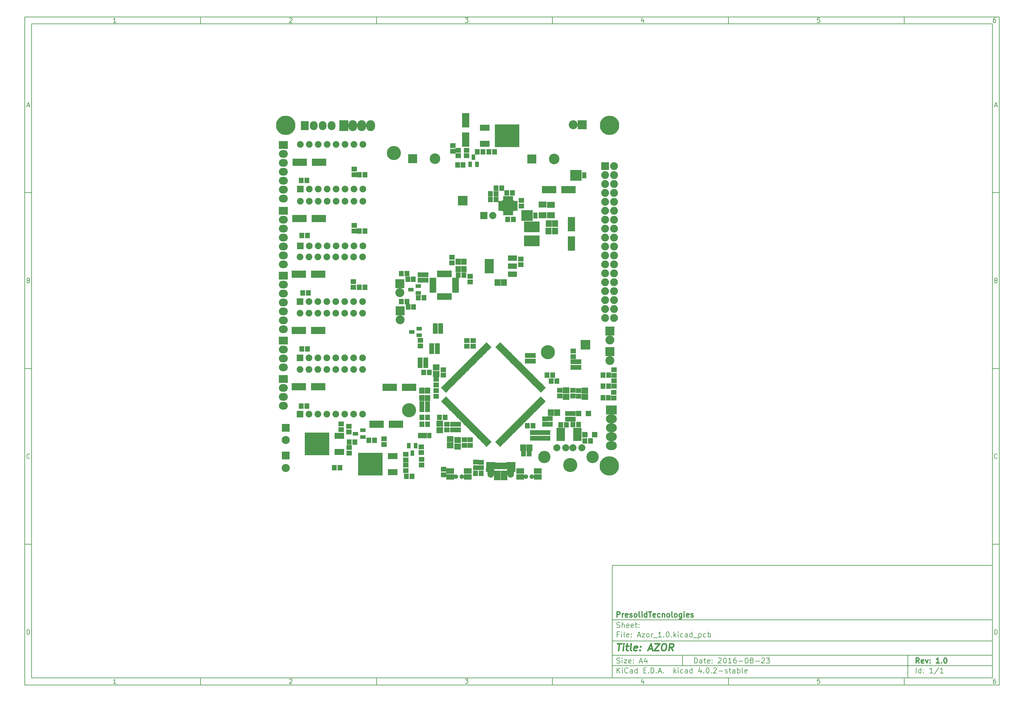
<source format=gbr>
G04 #@! TF.FileFunction,Soldermask,Top*
%FSLAX46Y46*%
G04 Gerber Fmt 4.6, Leading zero omitted, Abs format (unit mm)*
G04 Created by KiCad (PCBNEW 4.0.2-stable) date 05/09/2016 12:27:47*
%MOMM*%
G01*
G04 APERTURE LIST*
%ADD10C,0.150000*%
%ADD11C,0.300000*%
%ADD12C,0.400000*%
%ADD13R,2.418000X3.808000*%
%ADD14R,2.809240X1.808480*%
%ADD15R,7.007860X6.408420*%
%ADD16R,2.308000X2.308000*%
%ADD17C,2.308000*%
%ADD18R,1.508760X1.107440*%
%ADD19R,1.508760X1.457960*%
%ADD20R,1.933000X2.758000*%
%ADD21R,2.333000X1.208000*%
%ADD22R,2.508000X1.968000*%
%ADD23O,1.219200X1.558000*%
%ADD24R,0.908000X1.908000*%
%ADD25O,1.808000X2.658000*%
%ADD26R,1.808000X1.308000*%
%ADD27R,4.508000X3.048000*%
%ADD28C,1.905000*%
%ADD29R,1.905000X1.905000*%
%ADD30R,1.658620X1.958340*%
%ADD31R,2.506980X2.506980*%
%ADD32C,3.007360*%
%ADD33R,1.107440X1.508760*%
%ADD34R,2.540000X4.165600*%
%ADD35R,2.540000X1.524000*%
%ADD36R,4.107180X2.108200*%
%ADD37R,1.457960X1.508760*%
%ADD38R,2.506980X1.607820*%
%ADD39R,1.308100X1.607820*%
%ADD40R,1.958340X1.658620*%
%ADD41R,3.177540X3.048000*%
%ADD42R,1.270000X1.778000*%
%ADD43R,2.032000X2.032000*%
%ADD44C,2.032000*%
%ADD45R,2.108200X4.107180*%
%ADD46C,5.509260*%
%ADD47R,2.308860X1.658620*%
%ADD48R,3.208020X3.208020*%
%ADD49R,0.858520X1.457960*%
%ADD50R,1.457960X0.858520*%
%ADD51C,4.003040*%
%ADD52R,2.308000X1.608000*%
%ADD53C,1.308000*%
%ADD54R,1.608000X1.808000*%
%ADD55R,1.958000X0.791000*%
%ADD56R,0.791000X1.958000*%
%ADD57R,1.508000X1.508000*%
%ADD58R,2.235200X2.235200*%
%ADD59O,2.235200X2.235200*%
%ADD60R,2.540000X2.235200*%
%ADD61O,2.540000X2.235200*%
%ADD62C,2.009140*%
%ADD63C,3.507740*%
%ADD64R,2.743200X2.743200*%
%ADD65R,2.540000X2.540000*%
%ADD66O,2.540000X2.540000*%
%ADD67R,2.235200X2.540000*%
%ADD68O,2.235200X2.540000*%
%ADD69R,2.508000X3.108000*%
%ADD70O,2.508000X3.108000*%
%ADD71R,3.108000X2.508000*%
%ADD72O,3.108000X2.508000*%
G04 APERTURE END LIST*
D10*
X177002200Y-166007200D02*
X177002200Y-198007200D01*
X285002200Y-198007200D01*
X285002200Y-166007200D01*
X177002200Y-166007200D01*
X10000000Y-10000000D02*
X10000000Y-200007200D01*
X287002200Y-200007200D01*
X287002200Y-10000000D01*
X10000000Y-10000000D01*
X12000000Y-12000000D02*
X12000000Y-198007200D01*
X285002200Y-198007200D01*
X285002200Y-12000000D01*
X12000000Y-12000000D01*
X60000000Y-12000000D02*
X60000000Y-10000000D01*
X110000000Y-12000000D02*
X110000000Y-10000000D01*
X160000000Y-12000000D02*
X160000000Y-10000000D01*
X210000000Y-12000000D02*
X210000000Y-10000000D01*
X260000000Y-12000000D02*
X260000000Y-10000000D01*
X35990476Y-11588095D02*
X35247619Y-11588095D01*
X35619048Y-11588095D02*
X35619048Y-10288095D01*
X35495238Y-10473810D01*
X35371429Y-10597619D01*
X35247619Y-10659524D01*
X85247619Y-10411905D02*
X85309524Y-10350000D01*
X85433333Y-10288095D01*
X85742857Y-10288095D01*
X85866667Y-10350000D01*
X85928571Y-10411905D01*
X85990476Y-10535714D01*
X85990476Y-10659524D01*
X85928571Y-10845238D01*
X85185714Y-11588095D01*
X85990476Y-11588095D01*
X135185714Y-10288095D02*
X135990476Y-10288095D01*
X135557143Y-10783333D01*
X135742857Y-10783333D01*
X135866667Y-10845238D01*
X135928571Y-10907143D01*
X135990476Y-11030952D01*
X135990476Y-11340476D01*
X135928571Y-11464286D01*
X135866667Y-11526190D01*
X135742857Y-11588095D01*
X135371429Y-11588095D01*
X135247619Y-11526190D01*
X135185714Y-11464286D01*
X185866667Y-10721429D02*
X185866667Y-11588095D01*
X185557143Y-10226190D02*
X185247619Y-11154762D01*
X186052381Y-11154762D01*
X235928571Y-10288095D02*
X235309524Y-10288095D01*
X235247619Y-10907143D01*
X235309524Y-10845238D01*
X235433333Y-10783333D01*
X235742857Y-10783333D01*
X235866667Y-10845238D01*
X235928571Y-10907143D01*
X235990476Y-11030952D01*
X235990476Y-11340476D01*
X235928571Y-11464286D01*
X235866667Y-11526190D01*
X235742857Y-11588095D01*
X235433333Y-11588095D01*
X235309524Y-11526190D01*
X235247619Y-11464286D01*
X285866667Y-10288095D02*
X285619048Y-10288095D01*
X285495238Y-10350000D01*
X285433333Y-10411905D01*
X285309524Y-10597619D01*
X285247619Y-10845238D01*
X285247619Y-11340476D01*
X285309524Y-11464286D01*
X285371429Y-11526190D01*
X285495238Y-11588095D01*
X285742857Y-11588095D01*
X285866667Y-11526190D01*
X285928571Y-11464286D01*
X285990476Y-11340476D01*
X285990476Y-11030952D01*
X285928571Y-10907143D01*
X285866667Y-10845238D01*
X285742857Y-10783333D01*
X285495238Y-10783333D01*
X285371429Y-10845238D01*
X285309524Y-10907143D01*
X285247619Y-11030952D01*
X60000000Y-198007200D02*
X60000000Y-200007200D01*
X110000000Y-198007200D02*
X110000000Y-200007200D01*
X160000000Y-198007200D02*
X160000000Y-200007200D01*
X210000000Y-198007200D02*
X210000000Y-200007200D01*
X260000000Y-198007200D02*
X260000000Y-200007200D01*
X35990476Y-199595295D02*
X35247619Y-199595295D01*
X35619048Y-199595295D02*
X35619048Y-198295295D01*
X35495238Y-198481010D01*
X35371429Y-198604819D01*
X35247619Y-198666724D01*
X85247619Y-198419105D02*
X85309524Y-198357200D01*
X85433333Y-198295295D01*
X85742857Y-198295295D01*
X85866667Y-198357200D01*
X85928571Y-198419105D01*
X85990476Y-198542914D01*
X85990476Y-198666724D01*
X85928571Y-198852438D01*
X85185714Y-199595295D01*
X85990476Y-199595295D01*
X135185714Y-198295295D02*
X135990476Y-198295295D01*
X135557143Y-198790533D01*
X135742857Y-198790533D01*
X135866667Y-198852438D01*
X135928571Y-198914343D01*
X135990476Y-199038152D01*
X135990476Y-199347676D01*
X135928571Y-199471486D01*
X135866667Y-199533390D01*
X135742857Y-199595295D01*
X135371429Y-199595295D01*
X135247619Y-199533390D01*
X135185714Y-199471486D01*
X185866667Y-198728629D02*
X185866667Y-199595295D01*
X185557143Y-198233390D02*
X185247619Y-199161962D01*
X186052381Y-199161962D01*
X235928571Y-198295295D02*
X235309524Y-198295295D01*
X235247619Y-198914343D01*
X235309524Y-198852438D01*
X235433333Y-198790533D01*
X235742857Y-198790533D01*
X235866667Y-198852438D01*
X235928571Y-198914343D01*
X235990476Y-199038152D01*
X235990476Y-199347676D01*
X235928571Y-199471486D01*
X235866667Y-199533390D01*
X235742857Y-199595295D01*
X235433333Y-199595295D01*
X235309524Y-199533390D01*
X235247619Y-199471486D01*
X285866667Y-198295295D02*
X285619048Y-198295295D01*
X285495238Y-198357200D01*
X285433333Y-198419105D01*
X285309524Y-198604819D01*
X285247619Y-198852438D01*
X285247619Y-199347676D01*
X285309524Y-199471486D01*
X285371429Y-199533390D01*
X285495238Y-199595295D01*
X285742857Y-199595295D01*
X285866667Y-199533390D01*
X285928571Y-199471486D01*
X285990476Y-199347676D01*
X285990476Y-199038152D01*
X285928571Y-198914343D01*
X285866667Y-198852438D01*
X285742857Y-198790533D01*
X285495238Y-198790533D01*
X285371429Y-198852438D01*
X285309524Y-198914343D01*
X285247619Y-199038152D01*
X10000000Y-60000000D02*
X12000000Y-60000000D01*
X10000000Y-110000000D02*
X12000000Y-110000000D01*
X10000000Y-160000000D02*
X12000000Y-160000000D01*
X10690476Y-35216667D02*
X11309524Y-35216667D01*
X10566667Y-35588095D02*
X11000000Y-34288095D01*
X11433333Y-35588095D01*
X11092857Y-84907143D02*
X11278571Y-84969048D01*
X11340476Y-85030952D01*
X11402381Y-85154762D01*
X11402381Y-85340476D01*
X11340476Y-85464286D01*
X11278571Y-85526190D01*
X11154762Y-85588095D01*
X10659524Y-85588095D01*
X10659524Y-84288095D01*
X11092857Y-84288095D01*
X11216667Y-84350000D01*
X11278571Y-84411905D01*
X11340476Y-84535714D01*
X11340476Y-84659524D01*
X11278571Y-84783333D01*
X11216667Y-84845238D01*
X11092857Y-84907143D01*
X10659524Y-84907143D01*
X11402381Y-135464286D02*
X11340476Y-135526190D01*
X11154762Y-135588095D01*
X11030952Y-135588095D01*
X10845238Y-135526190D01*
X10721429Y-135402381D01*
X10659524Y-135278571D01*
X10597619Y-135030952D01*
X10597619Y-134845238D01*
X10659524Y-134597619D01*
X10721429Y-134473810D01*
X10845238Y-134350000D01*
X11030952Y-134288095D01*
X11154762Y-134288095D01*
X11340476Y-134350000D01*
X11402381Y-134411905D01*
X10659524Y-185588095D02*
X10659524Y-184288095D01*
X10969048Y-184288095D01*
X11154762Y-184350000D01*
X11278571Y-184473810D01*
X11340476Y-184597619D01*
X11402381Y-184845238D01*
X11402381Y-185030952D01*
X11340476Y-185278571D01*
X11278571Y-185402381D01*
X11154762Y-185526190D01*
X10969048Y-185588095D01*
X10659524Y-185588095D01*
X287002200Y-60000000D02*
X285002200Y-60000000D01*
X287002200Y-110000000D02*
X285002200Y-110000000D01*
X287002200Y-160000000D02*
X285002200Y-160000000D01*
X285692676Y-35216667D02*
X286311724Y-35216667D01*
X285568867Y-35588095D02*
X286002200Y-34288095D01*
X286435533Y-35588095D01*
X286095057Y-84907143D02*
X286280771Y-84969048D01*
X286342676Y-85030952D01*
X286404581Y-85154762D01*
X286404581Y-85340476D01*
X286342676Y-85464286D01*
X286280771Y-85526190D01*
X286156962Y-85588095D01*
X285661724Y-85588095D01*
X285661724Y-84288095D01*
X286095057Y-84288095D01*
X286218867Y-84350000D01*
X286280771Y-84411905D01*
X286342676Y-84535714D01*
X286342676Y-84659524D01*
X286280771Y-84783333D01*
X286218867Y-84845238D01*
X286095057Y-84907143D01*
X285661724Y-84907143D01*
X286404581Y-135464286D02*
X286342676Y-135526190D01*
X286156962Y-135588095D01*
X286033152Y-135588095D01*
X285847438Y-135526190D01*
X285723629Y-135402381D01*
X285661724Y-135278571D01*
X285599819Y-135030952D01*
X285599819Y-134845238D01*
X285661724Y-134597619D01*
X285723629Y-134473810D01*
X285847438Y-134350000D01*
X286033152Y-134288095D01*
X286156962Y-134288095D01*
X286342676Y-134350000D01*
X286404581Y-134411905D01*
X285661724Y-185588095D02*
X285661724Y-184288095D01*
X285971248Y-184288095D01*
X286156962Y-184350000D01*
X286280771Y-184473810D01*
X286342676Y-184597619D01*
X286404581Y-184845238D01*
X286404581Y-185030952D01*
X286342676Y-185278571D01*
X286280771Y-185402381D01*
X286156962Y-185526190D01*
X285971248Y-185588095D01*
X285661724Y-185588095D01*
X200359343Y-193785771D02*
X200359343Y-192285771D01*
X200716486Y-192285771D01*
X200930771Y-192357200D01*
X201073629Y-192500057D01*
X201145057Y-192642914D01*
X201216486Y-192928629D01*
X201216486Y-193142914D01*
X201145057Y-193428629D01*
X201073629Y-193571486D01*
X200930771Y-193714343D01*
X200716486Y-193785771D01*
X200359343Y-193785771D01*
X202502200Y-193785771D02*
X202502200Y-193000057D01*
X202430771Y-192857200D01*
X202287914Y-192785771D01*
X202002200Y-192785771D01*
X201859343Y-192857200D01*
X202502200Y-193714343D02*
X202359343Y-193785771D01*
X202002200Y-193785771D01*
X201859343Y-193714343D01*
X201787914Y-193571486D01*
X201787914Y-193428629D01*
X201859343Y-193285771D01*
X202002200Y-193214343D01*
X202359343Y-193214343D01*
X202502200Y-193142914D01*
X203002200Y-192785771D02*
X203573629Y-192785771D01*
X203216486Y-192285771D02*
X203216486Y-193571486D01*
X203287914Y-193714343D01*
X203430772Y-193785771D01*
X203573629Y-193785771D01*
X204645057Y-193714343D02*
X204502200Y-193785771D01*
X204216486Y-193785771D01*
X204073629Y-193714343D01*
X204002200Y-193571486D01*
X204002200Y-193000057D01*
X204073629Y-192857200D01*
X204216486Y-192785771D01*
X204502200Y-192785771D01*
X204645057Y-192857200D01*
X204716486Y-193000057D01*
X204716486Y-193142914D01*
X204002200Y-193285771D01*
X205359343Y-193642914D02*
X205430771Y-193714343D01*
X205359343Y-193785771D01*
X205287914Y-193714343D01*
X205359343Y-193642914D01*
X205359343Y-193785771D01*
X205359343Y-192857200D02*
X205430771Y-192928629D01*
X205359343Y-193000057D01*
X205287914Y-192928629D01*
X205359343Y-192857200D01*
X205359343Y-193000057D01*
X207145057Y-192428629D02*
X207216486Y-192357200D01*
X207359343Y-192285771D01*
X207716486Y-192285771D01*
X207859343Y-192357200D01*
X207930772Y-192428629D01*
X208002200Y-192571486D01*
X208002200Y-192714343D01*
X207930772Y-192928629D01*
X207073629Y-193785771D01*
X208002200Y-193785771D01*
X208930771Y-192285771D02*
X209073628Y-192285771D01*
X209216485Y-192357200D01*
X209287914Y-192428629D01*
X209359343Y-192571486D01*
X209430771Y-192857200D01*
X209430771Y-193214343D01*
X209359343Y-193500057D01*
X209287914Y-193642914D01*
X209216485Y-193714343D01*
X209073628Y-193785771D01*
X208930771Y-193785771D01*
X208787914Y-193714343D01*
X208716485Y-193642914D01*
X208645057Y-193500057D01*
X208573628Y-193214343D01*
X208573628Y-192857200D01*
X208645057Y-192571486D01*
X208716485Y-192428629D01*
X208787914Y-192357200D01*
X208930771Y-192285771D01*
X210859342Y-193785771D02*
X210002199Y-193785771D01*
X210430771Y-193785771D02*
X210430771Y-192285771D01*
X210287914Y-192500057D01*
X210145056Y-192642914D01*
X210002199Y-192714343D01*
X212145056Y-192285771D02*
X211859342Y-192285771D01*
X211716485Y-192357200D01*
X211645056Y-192428629D01*
X211502199Y-192642914D01*
X211430770Y-192928629D01*
X211430770Y-193500057D01*
X211502199Y-193642914D01*
X211573627Y-193714343D01*
X211716485Y-193785771D01*
X212002199Y-193785771D01*
X212145056Y-193714343D01*
X212216485Y-193642914D01*
X212287913Y-193500057D01*
X212287913Y-193142914D01*
X212216485Y-193000057D01*
X212145056Y-192928629D01*
X212002199Y-192857200D01*
X211716485Y-192857200D01*
X211573627Y-192928629D01*
X211502199Y-193000057D01*
X211430770Y-193142914D01*
X212930770Y-193214343D02*
X214073627Y-193214343D01*
X215073627Y-192285771D02*
X215216484Y-192285771D01*
X215359341Y-192357200D01*
X215430770Y-192428629D01*
X215502199Y-192571486D01*
X215573627Y-192857200D01*
X215573627Y-193214343D01*
X215502199Y-193500057D01*
X215430770Y-193642914D01*
X215359341Y-193714343D01*
X215216484Y-193785771D01*
X215073627Y-193785771D01*
X214930770Y-193714343D01*
X214859341Y-193642914D01*
X214787913Y-193500057D01*
X214716484Y-193214343D01*
X214716484Y-192857200D01*
X214787913Y-192571486D01*
X214859341Y-192428629D01*
X214930770Y-192357200D01*
X215073627Y-192285771D01*
X216430770Y-192928629D02*
X216287912Y-192857200D01*
X216216484Y-192785771D01*
X216145055Y-192642914D01*
X216145055Y-192571486D01*
X216216484Y-192428629D01*
X216287912Y-192357200D01*
X216430770Y-192285771D01*
X216716484Y-192285771D01*
X216859341Y-192357200D01*
X216930770Y-192428629D01*
X217002198Y-192571486D01*
X217002198Y-192642914D01*
X216930770Y-192785771D01*
X216859341Y-192857200D01*
X216716484Y-192928629D01*
X216430770Y-192928629D01*
X216287912Y-193000057D01*
X216216484Y-193071486D01*
X216145055Y-193214343D01*
X216145055Y-193500057D01*
X216216484Y-193642914D01*
X216287912Y-193714343D01*
X216430770Y-193785771D01*
X216716484Y-193785771D01*
X216859341Y-193714343D01*
X216930770Y-193642914D01*
X217002198Y-193500057D01*
X217002198Y-193214343D01*
X216930770Y-193071486D01*
X216859341Y-193000057D01*
X216716484Y-192928629D01*
X217645055Y-193214343D02*
X218787912Y-193214343D01*
X219430769Y-192428629D02*
X219502198Y-192357200D01*
X219645055Y-192285771D01*
X220002198Y-192285771D01*
X220145055Y-192357200D01*
X220216484Y-192428629D01*
X220287912Y-192571486D01*
X220287912Y-192714343D01*
X220216484Y-192928629D01*
X219359341Y-193785771D01*
X220287912Y-193785771D01*
X220787912Y-192285771D02*
X221716483Y-192285771D01*
X221216483Y-192857200D01*
X221430769Y-192857200D01*
X221573626Y-192928629D01*
X221645055Y-193000057D01*
X221716483Y-193142914D01*
X221716483Y-193500057D01*
X221645055Y-193642914D01*
X221573626Y-193714343D01*
X221430769Y-193785771D01*
X221002197Y-193785771D01*
X220859340Y-193714343D01*
X220787912Y-193642914D01*
X177002200Y-194507200D02*
X285002200Y-194507200D01*
X178359343Y-196585771D02*
X178359343Y-195085771D01*
X179216486Y-196585771D02*
X178573629Y-195728629D01*
X179216486Y-195085771D02*
X178359343Y-195942914D01*
X179859343Y-196585771D02*
X179859343Y-195585771D01*
X179859343Y-195085771D02*
X179787914Y-195157200D01*
X179859343Y-195228629D01*
X179930771Y-195157200D01*
X179859343Y-195085771D01*
X179859343Y-195228629D01*
X181430772Y-196442914D02*
X181359343Y-196514343D01*
X181145057Y-196585771D01*
X181002200Y-196585771D01*
X180787915Y-196514343D01*
X180645057Y-196371486D01*
X180573629Y-196228629D01*
X180502200Y-195942914D01*
X180502200Y-195728629D01*
X180573629Y-195442914D01*
X180645057Y-195300057D01*
X180787915Y-195157200D01*
X181002200Y-195085771D01*
X181145057Y-195085771D01*
X181359343Y-195157200D01*
X181430772Y-195228629D01*
X182716486Y-196585771D02*
X182716486Y-195800057D01*
X182645057Y-195657200D01*
X182502200Y-195585771D01*
X182216486Y-195585771D01*
X182073629Y-195657200D01*
X182716486Y-196514343D02*
X182573629Y-196585771D01*
X182216486Y-196585771D01*
X182073629Y-196514343D01*
X182002200Y-196371486D01*
X182002200Y-196228629D01*
X182073629Y-196085771D01*
X182216486Y-196014343D01*
X182573629Y-196014343D01*
X182716486Y-195942914D01*
X184073629Y-196585771D02*
X184073629Y-195085771D01*
X184073629Y-196514343D02*
X183930772Y-196585771D01*
X183645058Y-196585771D01*
X183502200Y-196514343D01*
X183430772Y-196442914D01*
X183359343Y-196300057D01*
X183359343Y-195871486D01*
X183430772Y-195728629D01*
X183502200Y-195657200D01*
X183645058Y-195585771D01*
X183930772Y-195585771D01*
X184073629Y-195657200D01*
X185930772Y-195800057D02*
X186430772Y-195800057D01*
X186645058Y-196585771D02*
X185930772Y-196585771D01*
X185930772Y-195085771D01*
X186645058Y-195085771D01*
X187287915Y-196442914D02*
X187359343Y-196514343D01*
X187287915Y-196585771D01*
X187216486Y-196514343D01*
X187287915Y-196442914D01*
X187287915Y-196585771D01*
X188002201Y-196585771D02*
X188002201Y-195085771D01*
X188359344Y-195085771D01*
X188573629Y-195157200D01*
X188716487Y-195300057D01*
X188787915Y-195442914D01*
X188859344Y-195728629D01*
X188859344Y-195942914D01*
X188787915Y-196228629D01*
X188716487Y-196371486D01*
X188573629Y-196514343D01*
X188359344Y-196585771D01*
X188002201Y-196585771D01*
X189502201Y-196442914D02*
X189573629Y-196514343D01*
X189502201Y-196585771D01*
X189430772Y-196514343D01*
X189502201Y-196442914D01*
X189502201Y-196585771D01*
X190145058Y-196157200D02*
X190859344Y-196157200D01*
X190002201Y-196585771D02*
X190502201Y-195085771D01*
X191002201Y-196585771D01*
X191502201Y-196442914D02*
X191573629Y-196514343D01*
X191502201Y-196585771D01*
X191430772Y-196514343D01*
X191502201Y-196442914D01*
X191502201Y-196585771D01*
X194502201Y-196585771D02*
X194502201Y-195085771D01*
X194645058Y-196014343D02*
X195073629Y-196585771D01*
X195073629Y-195585771D02*
X194502201Y-196157200D01*
X195716487Y-196585771D02*
X195716487Y-195585771D01*
X195716487Y-195085771D02*
X195645058Y-195157200D01*
X195716487Y-195228629D01*
X195787915Y-195157200D01*
X195716487Y-195085771D01*
X195716487Y-195228629D01*
X197073630Y-196514343D02*
X196930773Y-196585771D01*
X196645059Y-196585771D01*
X196502201Y-196514343D01*
X196430773Y-196442914D01*
X196359344Y-196300057D01*
X196359344Y-195871486D01*
X196430773Y-195728629D01*
X196502201Y-195657200D01*
X196645059Y-195585771D01*
X196930773Y-195585771D01*
X197073630Y-195657200D01*
X198359344Y-196585771D02*
X198359344Y-195800057D01*
X198287915Y-195657200D01*
X198145058Y-195585771D01*
X197859344Y-195585771D01*
X197716487Y-195657200D01*
X198359344Y-196514343D02*
X198216487Y-196585771D01*
X197859344Y-196585771D01*
X197716487Y-196514343D01*
X197645058Y-196371486D01*
X197645058Y-196228629D01*
X197716487Y-196085771D01*
X197859344Y-196014343D01*
X198216487Y-196014343D01*
X198359344Y-195942914D01*
X199716487Y-196585771D02*
X199716487Y-195085771D01*
X199716487Y-196514343D02*
X199573630Y-196585771D01*
X199287916Y-196585771D01*
X199145058Y-196514343D01*
X199073630Y-196442914D01*
X199002201Y-196300057D01*
X199002201Y-195871486D01*
X199073630Y-195728629D01*
X199145058Y-195657200D01*
X199287916Y-195585771D01*
X199573630Y-195585771D01*
X199716487Y-195657200D01*
X202216487Y-195585771D02*
X202216487Y-196585771D01*
X201859344Y-195014343D02*
X201502201Y-196085771D01*
X202430773Y-196085771D01*
X203002201Y-196442914D02*
X203073629Y-196514343D01*
X203002201Y-196585771D01*
X202930772Y-196514343D01*
X203002201Y-196442914D01*
X203002201Y-196585771D01*
X204002201Y-195085771D02*
X204145058Y-195085771D01*
X204287915Y-195157200D01*
X204359344Y-195228629D01*
X204430773Y-195371486D01*
X204502201Y-195657200D01*
X204502201Y-196014343D01*
X204430773Y-196300057D01*
X204359344Y-196442914D01*
X204287915Y-196514343D01*
X204145058Y-196585771D01*
X204002201Y-196585771D01*
X203859344Y-196514343D01*
X203787915Y-196442914D01*
X203716487Y-196300057D01*
X203645058Y-196014343D01*
X203645058Y-195657200D01*
X203716487Y-195371486D01*
X203787915Y-195228629D01*
X203859344Y-195157200D01*
X204002201Y-195085771D01*
X205145058Y-196442914D02*
X205216486Y-196514343D01*
X205145058Y-196585771D01*
X205073629Y-196514343D01*
X205145058Y-196442914D01*
X205145058Y-196585771D01*
X205787915Y-195228629D02*
X205859344Y-195157200D01*
X206002201Y-195085771D01*
X206359344Y-195085771D01*
X206502201Y-195157200D01*
X206573630Y-195228629D01*
X206645058Y-195371486D01*
X206645058Y-195514343D01*
X206573630Y-195728629D01*
X205716487Y-196585771D01*
X206645058Y-196585771D01*
X207287915Y-196014343D02*
X208430772Y-196014343D01*
X209073629Y-196514343D02*
X209216486Y-196585771D01*
X209502201Y-196585771D01*
X209645058Y-196514343D01*
X209716486Y-196371486D01*
X209716486Y-196300057D01*
X209645058Y-196157200D01*
X209502201Y-196085771D01*
X209287915Y-196085771D01*
X209145058Y-196014343D01*
X209073629Y-195871486D01*
X209073629Y-195800057D01*
X209145058Y-195657200D01*
X209287915Y-195585771D01*
X209502201Y-195585771D01*
X209645058Y-195657200D01*
X210145058Y-195585771D02*
X210716487Y-195585771D01*
X210359344Y-195085771D02*
X210359344Y-196371486D01*
X210430772Y-196514343D01*
X210573630Y-196585771D01*
X210716487Y-196585771D01*
X211859344Y-196585771D02*
X211859344Y-195800057D01*
X211787915Y-195657200D01*
X211645058Y-195585771D01*
X211359344Y-195585771D01*
X211216487Y-195657200D01*
X211859344Y-196514343D02*
X211716487Y-196585771D01*
X211359344Y-196585771D01*
X211216487Y-196514343D01*
X211145058Y-196371486D01*
X211145058Y-196228629D01*
X211216487Y-196085771D01*
X211359344Y-196014343D01*
X211716487Y-196014343D01*
X211859344Y-195942914D01*
X212573630Y-196585771D02*
X212573630Y-195085771D01*
X212573630Y-195657200D02*
X212716487Y-195585771D01*
X213002201Y-195585771D01*
X213145058Y-195657200D01*
X213216487Y-195728629D01*
X213287916Y-195871486D01*
X213287916Y-196300057D01*
X213216487Y-196442914D01*
X213145058Y-196514343D01*
X213002201Y-196585771D01*
X212716487Y-196585771D01*
X212573630Y-196514343D01*
X214145059Y-196585771D02*
X214002201Y-196514343D01*
X213930773Y-196371486D01*
X213930773Y-195085771D01*
X215287915Y-196514343D02*
X215145058Y-196585771D01*
X214859344Y-196585771D01*
X214716487Y-196514343D01*
X214645058Y-196371486D01*
X214645058Y-195800057D01*
X214716487Y-195657200D01*
X214859344Y-195585771D01*
X215145058Y-195585771D01*
X215287915Y-195657200D01*
X215359344Y-195800057D01*
X215359344Y-195942914D01*
X214645058Y-196085771D01*
X177002200Y-191507200D02*
X285002200Y-191507200D01*
D11*
X264216486Y-193785771D02*
X263716486Y-193071486D01*
X263359343Y-193785771D02*
X263359343Y-192285771D01*
X263930771Y-192285771D01*
X264073629Y-192357200D01*
X264145057Y-192428629D01*
X264216486Y-192571486D01*
X264216486Y-192785771D01*
X264145057Y-192928629D01*
X264073629Y-193000057D01*
X263930771Y-193071486D01*
X263359343Y-193071486D01*
X265430771Y-193714343D02*
X265287914Y-193785771D01*
X265002200Y-193785771D01*
X264859343Y-193714343D01*
X264787914Y-193571486D01*
X264787914Y-193000057D01*
X264859343Y-192857200D01*
X265002200Y-192785771D01*
X265287914Y-192785771D01*
X265430771Y-192857200D01*
X265502200Y-193000057D01*
X265502200Y-193142914D01*
X264787914Y-193285771D01*
X266002200Y-192785771D02*
X266359343Y-193785771D01*
X266716485Y-192785771D01*
X267287914Y-193642914D02*
X267359342Y-193714343D01*
X267287914Y-193785771D01*
X267216485Y-193714343D01*
X267287914Y-193642914D01*
X267287914Y-193785771D01*
X267287914Y-192857200D02*
X267359342Y-192928629D01*
X267287914Y-193000057D01*
X267216485Y-192928629D01*
X267287914Y-192857200D01*
X267287914Y-193000057D01*
X269930771Y-193785771D02*
X269073628Y-193785771D01*
X269502200Y-193785771D02*
X269502200Y-192285771D01*
X269359343Y-192500057D01*
X269216485Y-192642914D01*
X269073628Y-192714343D01*
X270573628Y-193642914D02*
X270645056Y-193714343D01*
X270573628Y-193785771D01*
X270502199Y-193714343D01*
X270573628Y-193642914D01*
X270573628Y-193785771D01*
X271573628Y-192285771D02*
X271716485Y-192285771D01*
X271859342Y-192357200D01*
X271930771Y-192428629D01*
X272002200Y-192571486D01*
X272073628Y-192857200D01*
X272073628Y-193214343D01*
X272002200Y-193500057D01*
X271930771Y-193642914D01*
X271859342Y-193714343D01*
X271716485Y-193785771D01*
X271573628Y-193785771D01*
X271430771Y-193714343D01*
X271359342Y-193642914D01*
X271287914Y-193500057D01*
X271216485Y-193214343D01*
X271216485Y-192857200D01*
X271287914Y-192571486D01*
X271359342Y-192428629D01*
X271430771Y-192357200D01*
X271573628Y-192285771D01*
D10*
X178287914Y-193714343D02*
X178502200Y-193785771D01*
X178859343Y-193785771D01*
X179002200Y-193714343D01*
X179073629Y-193642914D01*
X179145057Y-193500057D01*
X179145057Y-193357200D01*
X179073629Y-193214343D01*
X179002200Y-193142914D01*
X178859343Y-193071486D01*
X178573629Y-193000057D01*
X178430771Y-192928629D01*
X178359343Y-192857200D01*
X178287914Y-192714343D01*
X178287914Y-192571486D01*
X178359343Y-192428629D01*
X178430771Y-192357200D01*
X178573629Y-192285771D01*
X178930771Y-192285771D01*
X179145057Y-192357200D01*
X179787914Y-193785771D02*
X179787914Y-192785771D01*
X179787914Y-192285771D02*
X179716485Y-192357200D01*
X179787914Y-192428629D01*
X179859342Y-192357200D01*
X179787914Y-192285771D01*
X179787914Y-192428629D01*
X180359343Y-192785771D02*
X181145057Y-192785771D01*
X180359343Y-193785771D01*
X181145057Y-193785771D01*
X182287914Y-193714343D02*
X182145057Y-193785771D01*
X181859343Y-193785771D01*
X181716486Y-193714343D01*
X181645057Y-193571486D01*
X181645057Y-193000057D01*
X181716486Y-192857200D01*
X181859343Y-192785771D01*
X182145057Y-192785771D01*
X182287914Y-192857200D01*
X182359343Y-193000057D01*
X182359343Y-193142914D01*
X181645057Y-193285771D01*
X183002200Y-193642914D02*
X183073628Y-193714343D01*
X183002200Y-193785771D01*
X182930771Y-193714343D01*
X183002200Y-193642914D01*
X183002200Y-193785771D01*
X183002200Y-192857200D02*
X183073628Y-192928629D01*
X183002200Y-193000057D01*
X182930771Y-192928629D01*
X183002200Y-192857200D01*
X183002200Y-193000057D01*
X184787914Y-193357200D02*
X185502200Y-193357200D01*
X184645057Y-193785771D02*
X185145057Y-192285771D01*
X185645057Y-193785771D01*
X186787914Y-192785771D02*
X186787914Y-193785771D01*
X186430771Y-192214343D02*
X186073628Y-193285771D01*
X187002200Y-193285771D01*
X263359343Y-196585771D02*
X263359343Y-195085771D01*
X264716486Y-196585771D02*
X264716486Y-195085771D01*
X264716486Y-196514343D02*
X264573629Y-196585771D01*
X264287915Y-196585771D01*
X264145057Y-196514343D01*
X264073629Y-196442914D01*
X264002200Y-196300057D01*
X264002200Y-195871486D01*
X264073629Y-195728629D01*
X264145057Y-195657200D01*
X264287915Y-195585771D01*
X264573629Y-195585771D01*
X264716486Y-195657200D01*
X265430772Y-196442914D02*
X265502200Y-196514343D01*
X265430772Y-196585771D01*
X265359343Y-196514343D01*
X265430772Y-196442914D01*
X265430772Y-196585771D01*
X265430772Y-195657200D02*
X265502200Y-195728629D01*
X265430772Y-195800057D01*
X265359343Y-195728629D01*
X265430772Y-195657200D01*
X265430772Y-195800057D01*
X268073629Y-196585771D02*
X267216486Y-196585771D01*
X267645058Y-196585771D02*
X267645058Y-195085771D01*
X267502201Y-195300057D01*
X267359343Y-195442914D01*
X267216486Y-195514343D01*
X269787914Y-195014343D02*
X268502200Y-196942914D01*
X271073629Y-196585771D02*
X270216486Y-196585771D01*
X270645058Y-196585771D02*
X270645058Y-195085771D01*
X270502201Y-195300057D01*
X270359343Y-195442914D01*
X270216486Y-195514343D01*
X177002200Y-187507200D02*
X285002200Y-187507200D01*
D12*
X178454581Y-188211962D02*
X179597438Y-188211962D01*
X178776010Y-190211962D02*
X179026010Y-188211962D01*
X180014105Y-190211962D02*
X180180771Y-188878629D01*
X180264105Y-188211962D02*
X180156962Y-188307200D01*
X180240295Y-188402438D01*
X180347439Y-188307200D01*
X180264105Y-188211962D01*
X180240295Y-188402438D01*
X180847438Y-188878629D02*
X181609343Y-188878629D01*
X181216486Y-188211962D02*
X181002200Y-189926248D01*
X181073630Y-190116724D01*
X181252201Y-190211962D01*
X181442677Y-190211962D01*
X182395058Y-190211962D02*
X182216487Y-190116724D01*
X182145057Y-189926248D01*
X182359343Y-188211962D01*
X183930772Y-190116724D02*
X183728391Y-190211962D01*
X183347439Y-190211962D01*
X183168867Y-190116724D01*
X183097438Y-189926248D01*
X183192676Y-189164343D01*
X183311724Y-188973867D01*
X183514105Y-188878629D01*
X183895057Y-188878629D01*
X184073629Y-188973867D01*
X184145057Y-189164343D01*
X184121248Y-189354819D01*
X183145057Y-189545295D01*
X184895057Y-190021486D02*
X184978392Y-190116724D01*
X184871248Y-190211962D01*
X184787915Y-190116724D01*
X184895057Y-190021486D01*
X184871248Y-190211962D01*
X185026010Y-188973867D02*
X185109344Y-189069105D01*
X185002200Y-189164343D01*
X184918867Y-189069105D01*
X185026010Y-188973867D01*
X185002200Y-189164343D01*
X187323629Y-189640533D02*
X188276010Y-189640533D01*
X187061725Y-190211962D02*
X187978392Y-188211962D01*
X188395059Y-190211962D01*
X189121249Y-188211962D02*
X190454583Y-188211962D01*
X188871249Y-190211962D01*
X190204583Y-190211962D01*
X191597440Y-188211962D02*
X191978392Y-188211962D01*
X192156963Y-188307200D01*
X192323631Y-188497676D01*
X192371249Y-188878629D01*
X192287916Y-189545295D01*
X192145059Y-189926248D01*
X191930773Y-190116724D01*
X191728392Y-190211962D01*
X191347440Y-190211962D01*
X191168869Y-190116724D01*
X191002201Y-189926248D01*
X190954582Y-189545295D01*
X191037915Y-188878629D01*
X191180773Y-188497676D01*
X191395059Y-188307200D01*
X191597440Y-188211962D01*
X194204583Y-190211962D02*
X193656963Y-189259581D01*
X193061725Y-190211962D02*
X193311725Y-188211962D01*
X194073630Y-188211962D01*
X194252201Y-188307200D01*
X194335535Y-188402438D01*
X194406964Y-188592914D01*
X194371249Y-188878629D01*
X194252202Y-189069105D01*
X194145058Y-189164343D01*
X193942677Y-189259581D01*
X193180772Y-189259581D01*
D10*
X178859343Y-185600057D02*
X178359343Y-185600057D01*
X178359343Y-186385771D02*
X178359343Y-184885771D01*
X179073629Y-184885771D01*
X179645057Y-186385771D02*
X179645057Y-185385771D01*
X179645057Y-184885771D02*
X179573628Y-184957200D01*
X179645057Y-185028629D01*
X179716485Y-184957200D01*
X179645057Y-184885771D01*
X179645057Y-185028629D01*
X180573629Y-186385771D02*
X180430771Y-186314343D01*
X180359343Y-186171486D01*
X180359343Y-184885771D01*
X181716485Y-186314343D02*
X181573628Y-186385771D01*
X181287914Y-186385771D01*
X181145057Y-186314343D01*
X181073628Y-186171486D01*
X181073628Y-185600057D01*
X181145057Y-185457200D01*
X181287914Y-185385771D01*
X181573628Y-185385771D01*
X181716485Y-185457200D01*
X181787914Y-185600057D01*
X181787914Y-185742914D01*
X181073628Y-185885771D01*
X182430771Y-186242914D02*
X182502199Y-186314343D01*
X182430771Y-186385771D01*
X182359342Y-186314343D01*
X182430771Y-186242914D01*
X182430771Y-186385771D01*
X182430771Y-185457200D02*
X182502199Y-185528629D01*
X182430771Y-185600057D01*
X182359342Y-185528629D01*
X182430771Y-185457200D01*
X182430771Y-185600057D01*
X184216485Y-185957200D02*
X184930771Y-185957200D01*
X184073628Y-186385771D02*
X184573628Y-184885771D01*
X185073628Y-186385771D01*
X185430771Y-185385771D02*
X186216485Y-185385771D01*
X185430771Y-186385771D01*
X186216485Y-186385771D01*
X187002200Y-186385771D02*
X186859342Y-186314343D01*
X186787914Y-186242914D01*
X186716485Y-186100057D01*
X186716485Y-185671486D01*
X186787914Y-185528629D01*
X186859342Y-185457200D01*
X187002200Y-185385771D01*
X187216485Y-185385771D01*
X187359342Y-185457200D01*
X187430771Y-185528629D01*
X187502200Y-185671486D01*
X187502200Y-186100057D01*
X187430771Y-186242914D01*
X187359342Y-186314343D01*
X187216485Y-186385771D01*
X187002200Y-186385771D01*
X188145057Y-186385771D02*
X188145057Y-185385771D01*
X188145057Y-185671486D02*
X188216485Y-185528629D01*
X188287914Y-185457200D01*
X188430771Y-185385771D01*
X188573628Y-185385771D01*
X188716485Y-186528629D02*
X189859342Y-186528629D01*
X191002199Y-186385771D02*
X190145056Y-186385771D01*
X190573628Y-186385771D02*
X190573628Y-184885771D01*
X190430771Y-185100057D01*
X190287913Y-185242914D01*
X190145056Y-185314343D01*
X191645056Y-186242914D02*
X191716484Y-186314343D01*
X191645056Y-186385771D01*
X191573627Y-186314343D01*
X191645056Y-186242914D01*
X191645056Y-186385771D01*
X192645056Y-184885771D02*
X192787913Y-184885771D01*
X192930770Y-184957200D01*
X193002199Y-185028629D01*
X193073628Y-185171486D01*
X193145056Y-185457200D01*
X193145056Y-185814343D01*
X193073628Y-186100057D01*
X193002199Y-186242914D01*
X192930770Y-186314343D01*
X192787913Y-186385771D01*
X192645056Y-186385771D01*
X192502199Y-186314343D01*
X192430770Y-186242914D01*
X192359342Y-186100057D01*
X192287913Y-185814343D01*
X192287913Y-185457200D01*
X192359342Y-185171486D01*
X192430770Y-185028629D01*
X192502199Y-184957200D01*
X192645056Y-184885771D01*
X193787913Y-186242914D02*
X193859341Y-186314343D01*
X193787913Y-186385771D01*
X193716484Y-186314343D01*
X193787913Y-186242914D01*
X193787913Y-186385771D01*
X194502199Y-186385771D02*
X194502199Y-184885771D01*
X194645056Y-185814343D02*
X195073627Y-186385771D01*
X195073627Y-185385771D02*
X194502199Y-185957200D01*
X195716485Y-186385771D02*
X195716485Y-185385771D01*
X195716485Y-184885771D02*
X195645056Y-184957200D01*
X195716485Y-185028629D01*
X195787913Y-184957200D01*
X195716485Y-184885771D01*
X195716485Y-185028629D01*
X197073628Y-186314343D02*
X196930771Y-186385771D01*
X196645057Y-186385771D01*
X196502199Y-186314343D01*
X196430771Y-186242914D01*
X196359342Y-186100057D01*
X196359342Y-185671486D01*
X196430771Y-185528629D01*
X196502199Y-185457200D01*
X196645057Y-185385771D01*
X196930771Y-185385771D01*
X197073628Y-185457200D01*
X198359342Y-186385771D02*
X198359342Y-185600057D01*
X198287913Y-185457200D01*
X198145056Y-185385771D01*
X197859342Y-185385771D01*
X197716485Y-185457200D01*
X198359342Y-186314343D02*
X198216485Y-186385771D01*
X197859342Y-186385771D01*
X197716485Y-186314343D01*
X197645056Y-186171486D01*
X197645056Y-186028629D01*
X197716485Y-185885771D01*
X197859342Y-185814343D01*
X198216485Y-185814343D01*
X198359342Y-185742914D01*
X199716485Y-186385771D02*
X199716485Y-184885771D01*
X199716485Y-186314343D02*
X199573628Y-186385771D01*
X199287914Y-186385771D01*
X199145056Y-186314343D01*
X199073628Y-186242914D01*
X199002199Y-186100057D01*
X199002199Y-185671486D01*
X199073628Y-185528629D01*
X199145056Y-185457200D01*
X199287914Y-185385771D01*
X199573628Y-185385771D01*
X199716485Y-185457200D01*
X200073628Y-186528629D02*
X201216485Y-186528629D01*
X201573628Y-185385771D02*
X201573628Y-186885771D01*
X201573628Y-185457200D02*
X201716485Y-185385771D01*
X202002199Y-185385771D01*
X202145056Y-185457200D01*
X202216485Y-185528629D01*
X202287914Y-185671486D01*
X202287914Y-186100057D01*
X202216485Y-186242914D01*
X202145056Y-186314343D01*
X202002199Y-186385771D01*
X201716485Y-186385771D01*
X201573628Y-186314343D01*
X203573628Y-186314343D02*
X203430771Y-186385771D01*
X203145057Y-186385771D01*
X203002199Y-186314343D01*
X202930771Y-186242914D01*
X202859342Y-186100057D01*
X202859342Y-185671486D01*
X202930771Y-185528629D01*
X203002199Y-185457200D01*
X203145057Y-185385771D01*
X203430771Y-185385771D01*
X203573628Y-185457200D01*
X204216485Y-186385771D02*
X204216485Y-184885771D01*
X204216485Y-185457200D02*
X204359342Y-185385771D01*
X204645056Y-185385771D01*
X204787913Y-185457200D01*
X204859342Y-185528629D01*
X204930771Y-185671486D01*
X204930771Y-186100057D01*
X204859342Y-186242914D01*
X204787913Y-186314343D01*
X204645056Y-186385771D01*
X204359342Y-186385771D01*
X204216485Y-186314343D01*
X177002200Y-181507200D02*
X285002200Y-181507200D01*
X178287914Y-183614343D02*
X178502200Y-183685771D01*
X178859343Y-183685771D01*
X179002200Y-183614343D01*
X179073629Y-183542914D01*
X179145057Y-183400057D01*
X179145057Y-183257200D01*
X179073629Y-183114343D01*
X179002200Y-183042914D01*
X178859343Y-182971486D01*
X178573629Y-182900057D01*
X178430771Y-182828629D01*
X178359343Y-182757200D01*
X178287914Y-182614343D01*
X178287914Y-182471486D01*
X178359343Y-182328629D01*
X178430771Y-182257200D01*
X178573629Y-182185771D01*
X178930771Y-182185771D01*
X179145057Y-182257200D01*
X179787914Y-183685771D02*
X179787914Y-182185771D01*
X180430771Y-183685771D02*
X180430771Y-182900057D01*
X180359342Y-182757200D01*
X180216485Y-182685771D01*
X180002200Y-182685771D01*
X179859342Y-182757200D01*
X179787914Y-182828629D01*
X181716485Y-183614343D02*
X181573628Y-183685771D01*
X181287914Y-183685771D01*
X181145057Y-183614343D01*
X181073628Y-183471486D01*
X181073628Y-182900057D01*
X181145057Y-182757200D01*
X181287914Y-182685771D01*
X181573628Y-182685771D01*
X181716485Y-182757200D01*
X181787914Y-182900057D01*
X181787914Y-183042914D01*
X181073628Y-183185771D01*
X183002199Y-183614343D02*
X182859342Y-183685771D01*
X182573628Y-183685771D01*
X182430771Y-183614343D01*
X182359342Y-183471486D01*
X182359342Y-182900057D01*
X182430771Y-182757200D01*
X182573628Y-182685771D01*
X182859342Y-182685771D01*
X183002199Y-182757200D01*
X183073628Y-182900057D01*
X183073628Y-183042914D01*
X182359342Y-183185771D01*
X183502199Y-182685771D02*
X184073628Y-182685771D01*
X183716485Y-182185771D02*
X183716485Y-183471486D01*
X183787913Y-183614343D01*
X183930771Y-183685771D01*
X184073628Y-183685771D01*
X184573628Y-183542914D02*
X184645056Y-183614343D01*
X184573628Y-183685771D01*
X184502199Y-183614343D01*
X184573628Y-183542914D01*
X184573628Y-183685771D01*
X184573628Y-182757200D02*
X184645056Y-182828629D01*
X184573628Y-182900057D01*
X184502199Y-182828629D01*
X184573628Y-182757200D01*
X184573628Y-182900057D01*
D11*
X178359343Y-180685771D02*
X178359343Y-179185771D01*
X178930771Y-179185771D01*
X179073629Y-179257200D01*
X179145057Y-179328629D01*
X179216486Y-179471486D01*
X179216486Y-179685771D01*
X179145057Y-179828629D01*
X179073629Y-179900057D01*
X178930771Y-179971486D01*
X178359343Y-179971486D01*
X179859343Y-180685771D02*
X179859343Y-179685771D01*
X179859343Y-179971486D02*
X179930771Y-179828629D01*
X180002200Y-179757200D01*
X180145057Y-179685771D01*
X180287914Y-179685771D01*
X181359342Y-180614343D02*
X181216485Y-180685771D01*
X180930771Y-180685771D01*
X180787914Y-180614343D01*
X180716485Y-180471486D01*
X180716485Y-179900057D01*
X180787914Y-179757200D01*
X180930771Y-179685771D01*
X181216485Y-179685771D01*
X181359342Y-179757200D01*
X181430771Y-179900057D01*
X181430771Y-180042914D01*
X180716485Y-180185771D01*
X182002199Y-180614343D02*
X182145056Y-180685771D01*
X182430771Y-180685771D01*
X182573628Y-180614343D01*
X182645056Y-180471486D01*
X182645056Y-180400057D01*
X182573628Y-180257200D01*
X182430771Y-180185771D01*
X182216485Y-180185771D01*
X182073628Y-180114343D01*
X182002199Y-179971486D01*
X182002199Y-179900057D01*
X182073628Y-179757200D01*
X182216485Y-179685771D01*
X182430771Y-179685771D01*
X182573628Y-179757200D01*
X183502200Y-180685771D02*
X183359342Y-180614343D01*
X183287914Y-180542914D01*
X183216485Y-180400057D01*
X183216485Y-179971486D01*
X183287914Y-179828629D01*
X183359342Y-179757200D01*
X183502200Y-179685771D01*
X183716485Y-179685771D01*
X183859342Y-179757200D01*
X183930771Y-179828629D01*
X184002200Y-179971486D01*
X184002200Y-180400057D01*
X183930771Y-180542914D01*
X183859342Y-180614343D01*
X183716485Y-180685771D01*
X183502200Y-180685771D01*
X184859343Y-180685771D02*
X184716485Y-180614343D01*
X184645057Y-180471486D01*
X184645057Y-179185771D01*
X185430771Y-180685771D02*
X185430771Y-179685771D01*
X185430771Y-179185771D02*
X185359342Y-179257200D01*
X185430771Y-179328629D01*
X185502199Y-179257200D01*
X185430771Y-179185771D01*
X185430771Y-179328629D01*
X186787914Y-180685771D02*
X186787914Y-179185771D01*
X186787914Y-180614343D02*
X186645057Y-180685771D01*
X186359343Y-180685771D01*
X186216485Y-180614343D01*
X186145057Y-180542914D01*
X186073628Y-180400057D01*
X186073628Y-179971486D01*
X186145057Y-179828629D01*
X186216485Y-179757200D01*
X186359343Y-179685771D01*
X186645057Y-179685771D01*
X186787914Y-179757200D01*
X187287914Y-179185771D02*
X188145057Y-179185771D01*
X187716486Y-180685771D02*
X187716486Y-179185771D01*
X189216485Y-180614343D02*
X189073628Y-180685771D01*
X188787914Y-180685771D01*
X188645057Y-180614343D01*
X188573628Y-180471486D01*
X188573628Y-179900057D01*
X188645057Y-179757200D01*
X188787914Y-179685771D01*
X189073628Y-179685771D01*
X189216485Y-179757200D01*
X189287914Y-179900057D01*
X189287914Y-180042914D01*
X188573628Y-180185771D01*
X190573628Y-180614343D02*
X190430771Y-180685771D01*
X190145057Y-180685771D01*
X190002199Y-180614343D01*
X189930771Y-180542914D01*
X189859342Y-180400057D01*
X189859342Y-179971486D01*
X189930771Y-179828629D01*
X190002199Y-179757200D01*
X190145057Y-179685771D01*
X190430771Y-179685771D01*
X190573628Y-179757200D01*
X191216485Y-179685771D02*
X191216485Y-180685771D01*
X191216485Y-179828629D02*
X191287913Y-179757200D01*
X191430771Y-179685771D01*
X191645056Y-179685771D01*
X191787913Y-179757200D01*
X191859342Y-179900057D01*
X191859342Y-180685771D01*
X192787914Y-180685771D02*
X192645056Y-180614343D01*
X192573628Y-180542914D01*
X192502199Y-180400057D01*
X192502199Y-179971486D01*
X192573628Y-179828629D01*
X192645056Y-179757200D01*
X192787914Y-179685771D01*
X193002199Y-179685771D01*
X193145056Y-179757200D01*
X193216485Y-179828629D01*
X193287914Y-179971486D01*
X193287914Y-180400057D01*
X193216485Y-180542914D01*
X193145056Y-180614343D01*
X193002199Y-180685771D01*
X192787914Y-180685771D01*
X194145057Y-180685771D02*
X194002199Y-180614343D01*
X193930771Y-180471486D01*
X193930771Y-179185771D01*
X194930771Y-180685771D02*
X194787913Y-180614343D01*
X194716485Y-180542914D01*
X194645056Y-180400057D01*
X194645056Y-179971486D01*
X194716485Y-179828629D01*
X194787913Y-179757200D01*
X194930771Y-179685771D01*
X195145056Y-179685771D01*
X195287913Y-179757200D01*
X195359342Y-179828629D01*
X195430771Y-179971486D01*
X195430771Y-180400057D01*
X195359342Y-180542914D01*
X195287913Y-180614343D01*
X195145056Y-180685771D01*
X194930771Y-180685771D01*
X196716485Y-179685771D02*
X196716485Y-180900057D01*
X196645056Y-181042914D01*
X196573628Y-181114343D01*
X196430771Y-181185771D01*
X196216485Y-181185771D01*
X196073628Y-181114343D01*
X196716485Y-180614343D02*
X196573628Y-180685771D01*
X196287914Y-180685771D01*
X196145056Y-180614343D01*
X196073628Y-180542914D01*
X196002199Y-180400057D01*
X196002199Y-179971486D01*
X196073628Y-179828629D01*
X196145056Y-179757200D01*
X196287914Y-179685771D01*
X196573628Y-179685771D01*
X196716485Y-179757200D01*
X197430771Y-180685771D02*
X197430771Y-179685771D01*
X197430771Y-179185771D02*
X197359342Y-179257200D01*
X197430771Y-179328629D01*
X197502199Y-179257200D01*
X197430771Y-179185771D01*
X197430771Y-179328629D01*
X198716485Y-180614343D02*
X198573628Y-180685771D01*
X198287914Y-180685771D01*
X198145057Y-180614343D01*
X198073628Y-180471486D01*
X198073628Y-179900057D01*
X198145057Y-179757200D01*
X198287914Y-179685771D01*
X198573628Y-179685771D01*
X198716485Y-179757200D01*
X198787914Y-179900057D01*
X198787914Y-180042914D01*
X198073628Y-180185771D01*
X199359342Y-180614343D02*
X199502199Y-180685771D01*
X199787914Y-180685771D01*
X199930771Y-180614343D01*
X200002199Y-180471486D01*
X200002199Y-180400057D01*
X199930771Y-180257200D01*
X199787914Y-180185771D01*
X199573628Y-180185771D01*
X199430771Y-180114343D01*
X199359342Y-179971486D01*
X199359342Y-179900057D01*
X199430771Y-179757200D01*
X199573628Y-179685771D01*
X199787914Y-179685771D01*
X199930771Y-179757200D01*
D10*
X197002200Y-191507200D02*
X197002200Y-194507200D01*
X261002200Y-191507200D02*
X261002200Y-198007200D01*
D13*
X162310000Y-128740000D03*
X167110000Y-128740000D03*
D14*
X99441000Y-133731000D03*
D15*
X93091000Y-131445000D03*
D14*
X99441000Y-129159000D03*
D16*
X84180000Y-126830000D03*
D17*
X84180000Y-130330000D03*
D18*
X121856640Y-88502500D03*
X119743360Y-87550000D03*
X121856640Y-86597500D03*
D19*
X118330000Y-139040100D03*
X118330000Y-137478000D03*
D20*
X144330000Y-140390000D03*
X146270000Y-140390000D03*
D21*
X142312500Y-138820000D03*
X148287500Y-138820000D03*
D22*
X142400000Y-137490000D03*
D23*
X143275000Y-137490000D03*
D24*
X145300000Y-137695000D03*
X144650000Y-137695000D03*
X144000000Y-137695000D03*
X145950000Y-137695000D03*
X146600000Y-137695000D03*
D25*
X142475000Y-139770000D03*
X148125000Y-139770000D03*
D26*
X142575000Y-139570000D03*
X148025000Y-139570000D03*
D22*
X148200000Y-137490000D03*
D23*
X147325000Y-137490000D03*
D27*
X154130000Y-73730000D03*
X154130000Y-69730000D03*
D28*
X106019600Y-94297500D03*
X103479600Y-94297500D03*
X100939600Y-94297500D03*
X98399600Y-94297500D03*
X95859600Y-94297500D03*
X93319600Y-94297500D03*
X90779600Y-94297500D03*
X88239600Y-94297500D03*
X88239600Y-94297500D03*
X90779600Y-94297500D03*
X93319600Y-94297500D03*
X95859600Y-94297500D03*
X98399600Y-94297500D03*
X100939600Y-94297500D03*
X103479600Y-94297500D03*
X106019600Y-94297500D03*
X106019600Y-106997500D03*
X103479600Y-106997500D03*
X100939600Y-106997500D03*
X98399600Y-106997500D03*
X95859600Y-106997500D03*
X93319600Y-106997500D03*
X90779600Y-106997500D03*
D29*
X88239600Y-106997500D03*
X88239600Y-106997500D03*
D28*
X90779600Y-106997500D03*
X93319600Y-106997500D03*
X95859600Y-106997500D03*
X98399600Y-106997500D03*
X100939600Y-106997500D03*
X103479600Y-106997500D03*
X106019600Y-106997500D03*
X106019600Y-110299500D03*
X103479600Y-110299500D03*
X100939600Y-110299500D03*
X98399600Y-110299500D03*
X95859600Y-110299500D03*
X93319600Y-110299500D03*
X90779600Y-110299500D03*
X88239600Y-110299500D03*
X88239600Y-110299500D03*
X90779600Y-110299500D03*
X93319600Y-110299500D03*
X95859600Y-110299500D03*
X98399600Y-110299500D03*
X100939600Y-110299500D03*
X103479600Y-110299500D03*
X106019600Y-110299500D03*
X106019600Y-122999500D03*
X103479600Y-122999500D03*
X100939600Y-122999500D03*
X98399600Y-122999500D03*
X95859600Y-122999500D03*
X93319600Y-122999500D03*
X90779600Y-122999500D03*
D29*
X88239600Y-122999500D03*
X88239600Y-122999500D03*
D28*
X90779600Y-122999500D03*
X93319600Y-122999500D03*
X95859600Y-122999500D03*
X98399600Y-122999500D03*
X100939600Y-122999500D03*
X103479600Y-122999500D03*
X106019600Y-122999500D03*
D10*
G36*
X142122771Y-104457714D02*
X140702095Y-103037038D01*
X141258871Y-102480262D01*
X142679547Y-103900938D01*
X142122771Y-104457714D01*
X142122771Y-104457714D01*
G37*
G36*
X141768949Y-104811536D02*
X140348273Y-103390860D01*
X140905049Y-102834084D01*
X142325725Y-104254760D01*
X141768949Y-104811536D01*
X141768949Y-104811536D01*
G37*
G36*
X141415126Y-105165358D02*
X139994450Y-103744682D01*
X140551226Y-103187906D01*
X141971902Y-104608582D01*
X141415126Y-105165358D01*
X141415126Y-105165358D01*
G37*
G36*
X141061304Y-105519180D02*
X139640628Y-104098504D01*
X140197404Y-103541728D01*
X141618080Y-104962404D01*
X141061304Y-105519180D01*
X141061304Y-105519180D01*
G37*
G36*
X140707482Y-105873002D02*
X139286806Y-104452326D01*
X139843582Y-103895550D01*
X141264258Y-105316226D01*
X140707482Y-105873002D01*
X140707482Y-105873002D01*
G37*
G36*
X140355456Y-106225028D02*
X138934780Y-104804352D01*
X139491556Y-104247576D01*
X140912232Y-105668252D01*
X140355456Y-106225028D01*
X140355456Y-106225028D01*
G37*
G36*
X140001634Y-106578850D02*
X138580958Y-105158174D01*
X139137734Y-104601398D01*
X140558410Y-106022074D01*
X140001634Y-106578850D01*
X140001634Y-106578850D01*
G37*
G36*
X139647812Y-106932672D02*
X138227136Y-105511996D01*
X138783912Y-104955220D01*
X140204588Y-106375896D01*
X139647812Y-106932672D01*
X139647812Y-106932672D01*
G37*
G36*
X139293990Y-107286494D02*
X137873314Y-105865818D01*
X138430090Y-105309042D01*
X139850766Y-106729718D01*
X139293990Y-107286494D01*
X139293990Y-107286494D01*
G37*
G36*
X138940168Y-107640316D02*
X137519492Y-106219640D01*
X138076268Y-105662864D01*
X139496944Y-107083540D01*
X138940168Y-107640316D01*
X138940168Y-107640316D01*
G37*
G36*
X138586346Y-107994139D02*
X137165670Y-106573463D01*
X137722446Y-106016687D01*
X139143122Y-107437363D01*
X138586346Y-107994139D01*
X138586346Y-107994139D01*
G37*
G36*
X138234320Y-108346165D02*
X136813644Y-106925489D01*
X137370420Y-106368713D01*
X138791096Y-107789389D01*
X138234320Y-108346165D01*
X138234320Y-108346165D01*
G37*
G36*
X137880498Y-108699987D02*
X136459822Y-107279311D01*
X137016598Y-106722535D01*
X138437274Y-108143211D01*
X137880498Y-108699987D01*
X137880498Y-108699987D01*
G37*
G36*
X137526676Y-109053809D02*
X136106000Y-107633133D01*
X136662776Y-107076357D01*
X138083452Y-108497033D01*
X137526676Y-109053809D01*
X137526676Y-109053809D01*
G37*
G36*
X137172853Y-109407631D02*
X135752177Y-107986955D01*
X136308953Y-107430179D01*
X137729629Y-108850855D01*
X137172853Y-109407631D01*
X137172853Y-109407631D01*
G37*
G36*
X136819031Y-109761453D02*
X135398355Y-108340777D01*
X135955131Y-107784001D01*
X137375807Y-109204677D01*
X136819031Y-109761453D01*
X136819031Y-109761453D01*
G37*
G36*
X136465209Y-110115275D02*
X135044533Y-108694599D01*
X135601309Y-108137823D01*
X137021985Y-109558499D01*
X136465209Y-110115275D01*
X136465209Y-110115275D01*
G37*
G36*
X136111387Y-110469097D02*
X134690711Y-109048421D01*
X135247487Y-108491645D01*
X136668163Y-109912321D01*
X136111387Y-110469097D01*
X136111387Y-110469097D01*
G37*
G36*
X135759361Y-110821123D02*
X134338685Y-109400447D01*
X134895461Y-108843671D01*
X136316137Y-110264347D01*
X135759361Y-110821123D01*
X135759361Y-110821123D01*
G37*
G36*
X135405539Y-111174945D02*
X133984863Y-109754269D01*
X134541639Y-109197493D01*
X135962315Y-110618169D01*
X135405539Y-111174945D01*
X135405539Y-111174945D01*
G37*
G36*
X135051717Y-111528767D02*
X133631041Y-110108091D01*
X134187817Y-109551315D01*
X135608493Y-110971991D01*
X135051717Y-111528767D01*
X135051717Y-111528767D01*
G37*
G36*
X134697895Y-111882589D02*
X133277219Y-110461913D01*
X133833995Y-109905137D01*
X135254671Y-111325813D01*
X134697895Y-111882589D01*
X134697895Y-111882589D01*
G37*
G36*
X134344073Y-112236412D02*
X132923397Y-110815736D01*
X133480173Y-110258960D01*
X134900849Y-111679636D01*
X134344073Y-112236412D01*
X134344073Y-112236412D01*
G37*
G36*
X133990251Y-112590234D02*
X132569575Y-111169558D01*
X133126351Y-110612782D01*
X134547027Y-112033458D01*
X133990251Y-112590234D01*
X133990251Y-112590234D01*
G37*
G36*
X133636429Y-112944056D02*
X132215753Y-111523380D01*
X132772529Y-110966604D01*
X134193205Y-112387280D01*
X133636429Y-112944056D01*
X133636429Y-112944056D01*
G37*
G36*
X133284403Y-113296082D02*
X131863727Y-111875406D01*
X132420503Y-111318630D01*
X133841179Y-112739306D01*
X133284403Y-113296082D01*
X133284403Y-113296082D01*
G37*
G36*
X132930580Y-113649904D02*
X131509904Y-112229228D01*
X132066680Y-111672452D01*
X133487356Y-113093128D01*
X132930580Y-113649904D01*
X132930580Y-113649904D01*
G37*
G36*
X132576758Y-114003726D02*
X131156082Y-112583050D01*
X131712858Y-112026274D01*
X133133534Y-113446950D01*
X132576758Y-114003726D01*
X132576758Y-114003726D01*
G37*
G36*
X132222936Y-114357548D02*
X130802260Y-112936872D01*
X131359036Y-112380096D01*
X132779712Y-113800772D01*
X132222936Y-114357548D01*
X132222936Y-114357548D01*
G37*
G36*
X131869114Y-114711370D02*
X130448438Y-113290694D01*
X131005214Y-112733918D01*
X132425890Y-114154594D01*
X131869114Y-114711370D01*
X131869114Y-114711370D01*
G37*
G36*
X131515292Y-115065192D02*
X130094616Y-113644516D01*
X130651392Y-113087740D01*
X132072068Y-114508416D01*
X131515292Y-115065192D01*
X131515292Y-115065192D01*
G37*
G36*
X131163266Y-115417218D02*
X129742590Y-113996542D01*
X130299366Y-113439766D01*
X131720042Y-114860442D01*
X131163266Y-115417218D01*
X131163266Y-115417218D01*
G37*
G36*
X130809444Y-115771040D02*
X129388768Y-114350364D01*
X129945544Y-113793588D01*
X131366220Y-115214264D01*
X130809444Y-115771040D01*
X130809444Y-115771040D01*
G37*
G36*
X130455622Y-116124862D02*
X129034946Y-114704186D01*
X129591722Y-114147410D01*
X131012398Y-115568086D01*
X130455622Y-116124862D01*
X130455622Y-116124862D01*
G37*
G36*
X130101800Y-116478685D02*
X128681124Y-115058009D01*
X129237900Y-114501233D01*
X130658576Y-115921909D01*
X130101800Y-116478685D01*
X130101800Y-116478685D01*
G37*
G36*
X129747978Y-116832507D02*
X128327302Y-115411831D01*
X128884078Y-114855055D01*
X130304754Y-116275731D01*
X129747978Y-116832507D01*
X129747978Y-116832507D01*
G37*
G36*
X145161689Y-132246218D02*
X143741013Y-130825542D01*
X144297789Y-130268766D01*
X145718465Y-131689442D01*
X145161689Y-132246218D01*
X145161689Y-132246218D01*
G37*
G36*
X145515511Y-131892396D02*
X144094835Y-130471720D01*
X144651611Y-129914944D01*
X146072287Y-131335620D01*
X145515511Y-131892396D01*
X145515511Y-131892396D01*
G37*
G36*
X145869334Y-131538574D02*
X144448658Y-130117898D01*
X145005434Y-129561122D01*
X146426110Y-130981798D01*
X145869334Y-131538574D01*
X145869334Y-131538574D01*
G37*
G36*
X146223156Y-131184752D02*
X144802480Y-129764076D01*
X145359256Y-129207300D01*
X146779932Y-130627976D01*
X146223156Y-131184752D01*
X146223156Y-131184752D01*
G37*
G36*
X146576978Y-130830930D02*
X145156302Y-129410254D01*
X145713078Y-128853478D01*
X147133754Y-130274154D01*
X146576978Y-130830930D01*
X146576978Y-130830930D01*
G37*
G36*
X146929004Y-130478904D02*
X145508328Y-129058228D01*
X146065104Y-128501452D01*
X147485780Y-129922128D01*
X146929004Y-130478904D01*
X146929004Y-130478904D01*
G37*
G36*
X147282826Y-130125082D02*
X145862150Y-128704406D01*
X146418926Y-128147630D01*
X147839602Y-129568306D01*
X147282826Y-130125082D01*
X147282826Y-130125082D01*
G37*
G36*
X147636648Y-129771260D02*
X146215972Y-128350584D01*
X146772748Y-127793808D01*
X148193424Y-129214484D01*
X147636648Y-129771260D01*
X147636648Y-129771260D01*
G37*
G36*
X147990470Y-129417438D02*
X146569794Y-127996762D01*
X147126570Y-127439986D01*
X148547246Y-128860662D01*
X147990470Y-129417438D01*
X147990470Y-129417438D01*
G37*
G36*
X148344292Y-129063616D02*
X146923616Y-127642940D01*
X147480392Y-127086164D01*
X148901068Y-128506840D01*
X148344292Y-129063616D01*
X148344292Y-129063616D01*
G37*
G36*
X148698114Y-128709793D02*
X147277438Y-127289117D01*
X147834214Y-126732341D01*
X149254890Y-128153017D01*
X148698114Y-128709793D01*
X148698114Y-128709793D01*
G37*
G36*
X149050140Y-128357767D02*
X147629464Y-126937091D01*
X148186240Y-126380315D01*
X149606916Y-127800991D01*
X149050140Y-128357767D01*
X149050140Y-128357767D01*
G37*
G36*
X149403962Y-128003945D02*
X147983286Y-126583269D01*
X148540062Y-126026493D01*
X149960738Y-127447169D01*
X149403962Y-128003945D01*
X149403962Y-128003945D01*
G37*
G36*
X149757784Y-127650123D02*
X148337108Y-126229447D01*
X148893884Y-125672671D01*
X150314560Y-127093347D01*
X149757784Y-127650123D01*
X149757784Y-127650123D01*
G37*
G36*
X150111607Y-127296301D02*
X148690931Y-125875625D01*
X149247707Y-125318849D01*
X150668383Y-126739525D01*
X150111607Y-127296301D01*
X150111607Y-127296301D01*
G37*
G36*
X150465429Y-126942479D02*
X149044753Y-125521803D01*
X149601529Y-124965027D01*
X151022205Y-126385703D01*
X150465429Y-126942479D01*
X150465429Y-126942479D01*
G37*
G36*
X150819251Y-126588657D02*
X149398575Y-125167981D01*
X149955351Y-124611205D01*
X151376027Y-126031881D01*
X150819251Y-126588657D01*
X150819251Y-126588657D01*
G37*
G36*
X151173073Y-126234835D02*
X149752397Y-124814159D01*
X150309173Y-124257383D01*
X151729849Y-125678059D01*
X151173073Y-126234835D01*
X151173073Y-126234835D01*
G37*
G36*
X151525099Y-125882809D02*
X150104423Y-124462133D01*
X150661199Y-123905357D01*
X152081875Y-125326033D01*
X151525099Y-125882809D01*
X151525099Y-125882809D01*
G37*
G36*
X151878921Y-125528987D02*
X150458245Y-124108311D01*
X151015021Y-123551535D01*
X152435697Y-124972211D01*
X151878921Y-125528987D01*
X151878921Y-125528987D01*
G37*
G36*
X152232743Y-125175165D02*
X150812067Y-123754489D01*
X151368843Y-123197713D01*
X152789519Y-124618389D01*
X152232743Y-125175165D01*
X152232743Y-125175165D01*
G37*
G36*
X152586565Y-124821343D02*
X151165889Y-123400667D01*
X151722665Y-122843891D01*
X153143341Y-124264567D01*
X152586565Y-124821343D01*
X152586565Y-124821343D01*
G37*
G36*
X152940387Y-124467520D02*
X151519711Y-123046844D01*
X152076487Y-122490068D01*
X153497163Y-123910744D01*
X152940387Y-124467520D01*
X152940387Y-124467520D01*
G37*
G36*
X153294209Y-124113698D02*
X151873533Y-122693022D01*
X152430309Y-122136246D01*
X153850985Y-123556922D01*
X153294209Y-124113698D01*
X153294209Y-124113698D01*
G37*
G36*
X153648031Y-123759876D02*
X152227355Y-122339200D01*
X152784131Y-121782424D01*
X154204807Y-123203100D01*
X153648031Y-123759876D01*
X153648031Y-123759876D01*
G37*
G36*
X154000057Y-123407850D02*
X152579381Y-121987174D01*
X153136157Y-121430398D01*
X154556833Y-122851074D01*
X154000057Y-123407850D01*
X154000057Y-123407850D01*
G37*
G36*
X154353880Y-123054028D02*
X152933204Y-121633352D01*
X153489980Y-121076576D01*
X154910656Y-122497252D01*
X154353880Y-123054028D01*
X154353880Y-123054028D01*
G37*
G36*
X154707702Y-122700206D02*
X153287026Y-121279530D01*
X153843802Y-120722754D01*
X155264478Y-122143430D01*
X154707702Y-122700206D01*
X154707702Y-122700206D01*
G37*
G36*
X155061524Y-122346384D02*
X153640848Y-120925708D01*
X154197624Y-120368932D01*
X155618300Y-121789608D01*
X155061524Y-122346384D01*
X155061524Y-122346384D01*
G37*
G36*
X155415346Y-121992562D02*
X153994670Y-120571886D01*
X154551446Y-120015110D01*
X155972122Y-121435786D01*
X155415346Y-121992562D01*
X155415346Y-121992562D01*
G37*
G36*
X155769168Y-121638740D02*
X154348492Y-120218064D01*
X154905268Y-119661288D01*
X156325944Y-121081964D01*
X155769168Y-121638740D01*
X155769168Y-121638740D01*
G37*
G36*
X156121194Y-121286714D02*
X154700518Y-119866038D01*
X155257294Y-119309262D01*
X156677970Y-120729938D01*
X156121194Y-121286714D01*
X156121194Y-121286714D01*
G37*
G36*
X156475016Y-120932892D02*
X155054340Y-119512216D01*
X155611116Y-118955440D01*
X157031792Y-120376116D01*
X156475016Y-120932892D01*
X156475016Y-120932892D01*
G37*
G36*
X156828838Y-120579070D02*
X155408162Y-119158394D01*
X155964938Y-118601618D01*
X157385614Y-120022294D01*
X156828838Y-120579070D01*
X156828838Y-120579070D01*
G37*
G36*
X157182660Y-120225247D02*
X155761984Y-118804571D01*
X156318760Y-118247795D01*
X157739436Y-119668471D01*
X157182660Y-120225247D01*
X157182660Y-120225247D01*
G37*
G36*
X157536482Y-119871425D02*
X156115806Y-118450749D01*
X156672582Y-117893973D01*
X158093258Y-119314649D01*
X157536482Y-119871425D01*
X157536482Y-119871425D01*
G37*
G36*
X128884078Y-119871425D02*
X128327302Y-119314649D01*
X129747978Y-117893973D01*
X130304754Y-118450749D01*
X128884078Y-119871425D01*
X128884078Y-119871425D01*
G37*
G36*
X129237900Y-120225247D02*
X128681124Y-119668471D01*
X130101800Y-118247795D01*
X130658576Y-118804571D01*
X129237900Y-120225247D01*
X129237900Y-120225247D01*
G37*
G36*
X129591722Y-120579070D02*
X129034946Y-120022294D01*
X130455622Y-118601618D01*
X131012398Y-119158394D01*
X129591722Y-120579070D01*
X129591722Y-120579070D01*
G37*
G36*
X129945544Y-120932892D02*
X129388768Y-120376116D01*
X130809444Y-118955440D01*
X131366220Y-119512216D01*
X129945544Y-120932892D01*
X129945544Y-120932892D01*
G37*
G36*
X130299366Y-121286714D02*
X129742590Y-120729938D01*
X131163266Y-119309262D01*
X131720042Y-119866038D01*
X130299366Y-121286714D01*
X130299366Y-121286714D01*
G37*
G36*
X130651392Y-121638740D02*
X130094616Y-121081964D01*
X131515292Y-119661288D01*
X132072068Y-120218064D01*
X130651392Y-121638740D01*
X130651392Y-121638740D01*
G37*
G36*
X131005214Y-121992562D02*
X130448438Y-121435786D01*
X131869114Y-120015110D01*
X132425890Y-120571886D01*
X131005214Y-121992562D01*
X131005214Y-121992562D01*
G37*
G36*
X131359036Y-122346384D02*
X130802260Y-121789608D01*
X132222936Y-120368932D01*
X132779712Y-120925708D01*
X131359036Y-122346384D01*
X131359036Y-122346384D01*
G37*
G36*
X131712858Y-122700206D02*
X131156082Y-122143430D01*
X132576758Y-120722754D01*
X133133534Y-121279530D01*
X131712858Y-122700206D01*
X131712858Y-122700206D01*
G37*
G36*
X132066680Y-123054028D02*
X131509904Y-122497252D01*
X132930580Y-121076576D01*
X133487356Y-121633352D01*
X132066680Y-123054028D01*
X132066680Y-123054028D01*
G37*
G36*
X132420503Y-123407850D02*
X131863727Y-122851074D01*
X133284403Y-121430398D01*
X133841179Y-121987174D01*
X132420503Y-123407850D01*
X132420503Y-123407850D01*
G37*
G36*
X132772529Y-123759876D02*
X132215753Y-123203100D01*
X133636429Y-121782424D01*
X134193205Y-122339200D01*
X132772529Y-123759876D01*
X132772529Y-123759876D01*
G37*
G36*
X133126351Y-124113698D02*
X132569575Y-123556922D01*
X133990251Y-122136246D01*
X134547027Y-122693022D01*
X133126351Y-124113698D01*
X133126351Y-124113698D01*
G37*
G36*
X133480173Y-124467520D02*
X132923397Y-123910744D01*
X134344073Y-122490068D01*
X134900849Y-123046844D01*
X133480173Y-124467520D01*
X133480173Y-124467520D01*
G37*
G36*
X133833995Y-124821343D02*
X133277219Y-124264567D01*
X134697895Y-122843891D01*
X135254671Y-123400667D01*
X133833995Y-124821343D01*
X133833995Y-124821343D01*
G37*
G36*
X134187817Y-125175165D02*
X133631041Y-124618389D01*
X135051717Y-123197713D01*
X135608493Y-123754489D01*
X134187817Y-125175165D01*
X134187817Y-125175165D01*
G37*
G36*
X134541639Y-125528987D02*
X133984863Y-124972211D01*
X135405539Y-123551535D01*
X135962315Y-124108311D01*
X134541639Y-125528987D01*
X134541639Y-125528987D01*
G37*
G36*
X134895461Y-125882809D02*
X134338685Y-125326033D01*
X135759361Y-123905357D01*
X136316137Y-124462133D01*
X134895461Y-125882809D01*
X134895461Y-125882809D01*
G37*
G36*
X135247487Y-126234835D02*
X134690711Y-125678059D01*
X136111387Y-124257383D01*
X136668163Y-124814159D01*
X135247487Y-126234835D01*
X135247487Y-126234835D01*
G37*
G36*
X135601309Y-126588657D02*
X135044533Y-126031881D01*
X136465209Y-124611205D01*
X137021985Y-125167981D01*
X135601309Y-126588657D01*
X135601309Y-126588657D01*
G37*
G36*
X135955131Y-126942479D02*
X135398355Y-126385703D01*
X136819031Y-124965027D01*
X137375807Y-125521803D01*
X135955131Y-126942479D01*
X135955131Y-126942479D01*
G37*
G36*
X136308953Y-127296301D02*
X135752177Y-126739525D01*
X137172853Y-125318849D01*
X137729629Y-125875625D01*
X136308953Y-127296301D01*
X136308953Y-127296301D01*
G37*
G36*
X136662776Y-127650123D02*
X136106000Y-127093347D01*
X137526676Y-125672671D01*
X138083452Y-126229447D01*
X136662776Y-127650123D01*
X136662776Y-127650123D01*
G37*
G36*
X137016598Y-128003945D02*
X136459822Y-127447169D01*
X137880498Y-126026493D01*
X138437274Y-126583269D01*
X137016598Y-128003945D01*
X137016598Y-128003945D01*
G37*
G36*
X137370420Y-128357767D02*
X136813644Y-127800991D01*
X138234320Y-126380315D01*
X138791096Y-126937091D01*
X137370420Y-128357767D01*
X137370420Y-128357767D01*
G37*
G36*
X137722446Y-128709793D02*
X137165670Y-128153017D01*
X138586346Y-126732341D01*
X139143122Y-127289117D01*
X137722446Y-128709793D01*
X137722446Y-128709793D01*
G37*
G36*
X138076268Y-129063616D02*
X137519492Y-128506840D01*
X138940168Y-127086164D01*
X139496944Y-127642940D01*
X138076268Y-129063616D01*
X138076268Y-129063616D01*
G37*
G36*
X138430090Y-129417438D02*
X137873314Y-128860662D01*
X139293990Y-127439986D01*
X139850766Y-127996762D01*
X138430090Y-129417438D01*
X138430090Y-129417438D01*
G37*
G36*
X138783912Y-129771260D02*
X138227136Y-129214484D01*
X139647812Y-127793808D01*
X140204588Y-128350584D01*
X138783912Y-129771260D01*
X138783912Y-129771260D01*
G37*
G36*
X139137734Y-130125082D02*
X138580958Y-129568306D01*
X140001634Y-128147630D01*
X140558410Y-128704406D01*
X139137734Y-130125082D01*
X139137734Y-130125082D01*
G37*
G36*
X139491556Y-130478904D02*
X138934780Y-129922128D01*
X140355456Y-128501452D01*
X140912232Y-129058228D01*
X139491556Y-130478904D01*
X139491556Y-130478904D01*
G37*
G36*
X139843582Y-130830930D02*
X139286806Y-130274154D01*
X140707482Y-128853478D01*
X141264258Y-129410254D01*
X139843582Y-130830930D01*
X139843582Y-130830930D01*
G37*
G36*
X140197404Y-131184752D02*
X139640628Y-130627976D01*
X141061304Y-129207300D01*
X141618080Y-129764076D01*
X140197404Y-131184752D01*
X140197404Y-131184752D01*
G37*
G36*
X140551226Y-131538574D02*
X139994450Y-130981798D01*
X141415126Y-129561122D01*
X141971902Y-130117898D01*
X140551226Y-131538574D01*
X140551226Y-131538574D01*
G37*
G36*
X140905049Y-131892396D02*
X140348273Y-131335620D01*
X141768949Y-129914944D01*
X142325725Y-130471720D01*
X140905049Y-131892396D01*
X140905049Y-131892396D01*
G37*
G36*
X141258871Y-132246218D02*
X140702095Y-131689442D01*
X142122771Y-130268766D01*
X142679547Y-130825542D01*
X141258871Y-132246218D01*
X141258871Y-132246218D01*
G37*
G36*
X156672582Y-116832507D02*
X156115806Y-116275731D01*
X157536482Y-114855055D01*
X158093258Y-115411831D01*
X156672582Y-116832507D01*
X156672582Y-116832507D01*
G37*
G36*
X156318760Y-116478685D02*
X155761984Y-115921909D01*
X157182660Y-114501233D01*
X157739436Y-115058009D01*
X156318760Y-116478685D01*
X156318760Y-116478685D01*
G37*
G36*
X155964938Y-116124862D02*
X155408162Y-115568086D01*
X156828838Y-114147410D01*
X157385614Y-114704186D01*
X155964938Y-116124862D01*
X155964938Y-116124862D01*
G37*
G36*
X155611116Y-115771040D02*
X155054340Y-115214264D01*
X156475016Y-113793588D01*
X157031792Y-114350364D01*
X155611116Y-115771040D01*
X155611116Y-115771040D01*
G37*
G36*
X155257294Y-115417218D02*
X154700518Y-114860442D01*
X156121194Y-113439766D01*
X156677970Y-113996542D01*
X155257294Y-115417218D01*
X155257294Y-115417218D01*
G37*
G36*
X154905268Y-115065192D02*
X154348492Y-114508416D01*
X155769168Y-113087740D01*
X156325944Y-113644516D01*
X154905268Y-115065192D01*
X154905268Y-115065192D01*
G37*
G36*
X154551446Y-114711370D02*
X153994670Y-114154594D01*
X155415346Y-112733918D01*
X155972122Y-113290694D01*
X154551446Y-114711370D01*
X154551446Y-114711370D01*
G37*
G36*
X154197624Y-114357548D02*
X153640848Y-113800772D01*
X155061524Y-112380096D01*
X155618300Y-112936872D01*
X154197624Y-114357548D01*
X154197624Y-114357548D01*
G37*
G36*
X153843802Y-114003726D02*
X153287026Y-113446950D01*
X154707702Y-112026274D01*
X155264478Y-112583050D01*
X153843802Y-114003726D01*
X153843802Y-114003726D01*
G37*
G36*
X153489980Y-113649904D02*
X152933204Y-113093128D01*
X154353880Y-111672452D01*
X154910656Y-112229228D01*
X153489980Y-113649904D01*
X153489980Y-113649904D01*
G37*
G36*
X153136157Y-113296082D02*
X152579381Y-112739306D01*
X154000057Y-111318630D01*
X154556833Y-111875406D01*
X153136157Y-113296082D01*
X153136157Y-113296082D01*
G37*
G36*
X152784131Y-112944056D02*
X152227355Y-112387280D01*
X153648031Y-110966604D01*
X154204807Y-111523380D01*
X152784131Y-112944056D01*
X152784131Y-112944056D01*
G37*
G36*
X152430309Y-112590234D02*
X151873533Y-112033458D01*
X153294209Y-110612782D01*
X153850985Y-111169558D01*
X152430309Y-112590234D01*
X152430309Y-112590234D01*
G37*
G36*
X152076487Y-112236412D02*
X151519711Y-111679636D01*
X152940387Y-110258960D01*
X153497163Y-110815736D01*
X152076487Y-112236412D01*
X152076487Y-112236412D01*
G37*
G36*
X151722665Y-111882589D02*
X151165889Y-111325813D01*
X152586565Y-109905137D01*
X153143341Y-110461913D01*
X151722665Y-111882589D01*
X151722665Y-111882589D01*
G37*
G36*
X151368843Y-111528767D02*
X150812067Y-110971991D01*
X152232743Y-109551315D01*
X152789519Y-110108091D01*
X151368843Y-111528767D01*
X151368843Y-111528767D01*
G37*
G36*
X151015021Y-111174945D02*
X150458245Y-110618169D01*
X151878921Y-109197493D01*
X152435697Y-109754269D01*
X151015021Y-111174945D01*
X151015021Y-111174945D01*
G37*
G36*
X150661199Y-110821123D02*
X150104423Y-110264347D01*
X151525099Y-108843671D01*
X152081875Y-109400447D01*
X150661199Y-110821123D01*
X150661199Y-110821123D01*
G37*
G36*
X150309173Y-110469097D02*
X149752397Y-109912321D01*
X151173073Y-108491645D01*
X151729849Y-109048421D01*
X150309173Y-110469097D01*
X150309173Y-110469097D01*
G37*
G36*
X149955351Y-110115275D02*
X149398575Y-109558499D01*
X150819251Y-108137823D01*
X151376027Y-108694599D01*
X149955351Y-110115275D01*
X149955351Y-110115275D01*
G37*
G36*
X149601529Y-109761453D02*
X149044753Y-109204677D01*
X150465429Y-107784001D01*
X151022205Y-108340777D01*
X149601529Y-109761453D01*
X149601529Y-109761453D01*
G37*
G36*
X149247707Y-109407631D02*
X148690931Y-108850855D01*
X150111607Y-107430179D01*
X150668383Y-107986955D01*
X149247707Y-109407631D01*
X149247707Y-109407631D01*
G37*
G36*
X148893884Y-109053809D02*
X148337108Y-108497033D01*
X149757784Y-107076357D01*
X150314560Y-107633133D01*
X148893884Y-109053809D01*
X148893884Y-109053809D01*
G37*
G36*
X148540062Y-108699987D02*
X147983286Y-108143211D01*
X149403962Y-106722535D01*
X149960738Y-107279311D01*
X148540062Y-108699987D01*
X148540062Y-108699987D01*
G37*
G36*
X148186240Y-108346165D02*
X147629464Y-107789389D01*
X149050140Y-106368713D01*
X149606916Y-106925489D01*
X148186240Y-108346165D01*
X148186240Y-108346165D01*
G37*
G36*
X147834214Y-107994139D02*
X147277438Y-107437363D01*
X148698114Y-106016687D01*
X149254890Y-106573463D01*
X147834214Y-107994139D01*
X147834214Y-107994139D01*
G37*
G36*
X147480392Y-107640316D02*
X146923616Y-107083540D01*
X148344292Y-105662864D01*
X148901068Y-106219640D01*
X147480392Y-107640316D01*
X147480392Y-107640316D01*
G37*
G36*
X147126570Y-107286494D02*
X146569794Y-106729718D01*
X147990470Y-105309042D01*
X148547246Y-105865818D01*
X147126570Y-107286494D01*
X147126570Y-107286494D01*
G37*
G36*
X146772748Y-106932672D02*
X146215972Y-106375896D01*
X147636648Y-104955220D01*
X148193424Y-105511996D01*
X146772748Y-106932672D01*
X146772748Y-106932672D01*
G37*
G36*
X146418926Y-106578850D02*
X145862150Y-106022074D01*
X147282826Y-104601398D01*
X147839602Y-105158174D01*
X146418926Y-106578850D01*
X146418926Y-106578850D01*
G37*
G36*
X146065104Y-106225028D02*
X145508328Y-105668252D01*
X146929004Y-104247576D01*
X147485780Y-104804352D01*
X146065104Y-106225028D01*
X146065104Y-106225028D01*
G37*
G36*
X145713078Y-105873002D02*
X145156302Y-105316226D01*
X146576978Y-103895550D01*
X147133754Y-104452326D01*
X145713078Y-105873002D01*
X145713078Y-105873002D01*
G37*
G36*
X145359256Y-105519180D02*
X144802480Y-104962404D01*
X146223156Y-103541728D01*
X146779932Y-104098504D01*
X145359256Y-105519180D01*
X145359256Y-105519180D01*
G37*
G36*
X145005434Y-105165358D02*
X144448658Y-104608582D01*
X145869334Y-103187906D01*
X146426110Y-103744682D01*
X145005434Y-105165358D01*
X145005434Y-105165358D01*
G37*
G36*
X144651611Y-104811536D02*
X144094835Y-104254760D01*
X145515511Y-102834084D01*
X146072287Y-103390860D01*
X144651611Y-104811536D01*
X144651611Y-104811536D01*
G37*
G36*
X144297789Y-104457714D02*
X143741013Y-103900938D01*
X145161689Y-102480262D01*
X145718465Y-103037038D01*
X144297789Y-104457714D01*
X144297789Y-104457714D01*
G37*
D18*
X106085640Y-129476500D03*
X103972360Y-128524000D03*
X106085640Y-127571500D03*
D30*
X151679260Y-132508120D03*
X153477580Y-132508120D03*
D28*
X106146600Y-46291500D03*
X103606600Y-46291500D03*
X101066600Y-46291500D03*
X98526600Y-46291500D03*
X95986600Y-46291500D03*
X93446600Y-46291500D03*
X90906600Y-46291500D03*
X88366600Y-46291500D03*
X88366600Y-46291500D03*
X90906600Y-46291500D03*
X93446600Y-46291500D03*
X95986600Y-46291500D03*
X98526600Y-46291500D03*
X101066600Y-46291500D03*
X103606600Y-46291500D03*
X106146600Y-46291500D03*
X106146600Y-58991500D03*
X103606600Y-58991500D03*
X101066600Y-58991500D03*
X98526600Y-58991500D03*
X95986600Y-58991500D03*
X93446600Y-58991500D03*
X90906600Y-58991500D03*
D29*
X88366600Y-58991500D03*
X88366600Y-58991500D03*
D28*
X90906600Y-58991500D03*
X93446600Y-58991500D03*
X95986600Y-58991500D03*
X98526600Y-58991500D03*
X101066600Y-58991500D03*
X103606600Y-58991500D03*
X106146600Y-58991500D03*
D31*
X120243600Y-50342800D03*
D32*
X126593600Y-50342800D03*
D33*
X136608820Y-51968400D03*
X137561320Y-49855120D03*
X138513820Y-51968400D03*
D34*
X142008860Y-80853280D03*
D35*
X148612860Y-80853280D03*
X148612860Y-78567280D03*
X148612860Y-83139280D03*
D36*
X93682820Y-51308000D03*
X88181180Y-51308000D03*
X93428820Y-99187000D03*
X87927180Y-99187000D03*
X93555820Y-67310000D03*
X88054180Y-67310000D03*
X93428820Y-83185000D03*
X87927180Y-83185000D03*
X159019180Y-59160000D03*
X164520820Y-59160000D03*
D19*
X133210300Y-49512220D03*
X133210300Y-47912020D03*
X135610600Y-49512220D03*
X135610600Y-47912020D03*
X102235000Y-132422900D03*
X102235000Y-134023100D03*
D37*
X128259840Y-99362260D03*
X126659640Y-99362260D03*
X139738100Y-139827000D03*
X138137900Y-139827000D03*
X122910600Y-123863100D03*
X124510800Y-123863100D03*
X122910600Y-125862080D03*
X124510800Y-125862080D03*
X103797100Y-130937000D03*
X102196900Y-130937000D03*
X121899900Y-89850000D03*
X123500100Y-89850000D03*
D19*
X122809000Y-135851900D03*
X122809000Y-137452100D03*
D37*
X127261620Y-105112820D03*
X125661420Y-105112820D03*
D19*
X165862000Y-109639100D03*
X165862000Y-108038900D03*
D37*
X124010420Y-109113320D03*
X122410220Y-109113320D03*
X127261620Y-103611680D03*
X125661420Y-103611680D03*
X128259840Y-97863660D03*
X126659640Y-97863660D03*
D19*
X167386000Y-109639100D03*
X167386000Y-108038900D03*
D37*
X124010420Y-107612180D03*
X122410220Y-107612180D03*
X90335100Y-72136000D03*
X88734900Y-72136000D03*
X124510800Y-120111520D03*
X122910600Y-120111520D03*
X90335100Y-104394000D03*
X88734900Y-104394000D03*
X90208100Y-56515000D03*
X88607900Y-56515000D03*
X90589100Y-88519000D03*
X88988900Y-88519000D03*
D19*
X139700000Y-138214100D03*
X139700000Y-136652000D03*
D30*
X144360900Y-85572600D03*
X146159220Y-85572600D03*
D14*
X140761720Y-41475660D03*
D15*
X147111720Y-43761660D03*
D14*
X140761720Y-46047660D03*
D19*
X99910000Y-127390100D03*
X99910000Y-125789900D03*
D37*
X118630100Y-82990000D03*
X117029900Y-82990000D03*
X140261340Y-48361600D03*
X138661140Y-48361600D03*
X120434100Y-84582000D03*
X118872000Y-84582000D03*
X98005900Y-138176000D03*
X99568000Y-138176000D03*
X143510000Y-48361600D03*
X141947900Y-48361600D03*
X105117900Y-70866000D03*
X106718100Y-70866000D03*
X105117900Y-54864000D03*
X106718100Y-54864000D03*
X105117900Y-86868000D03*
X106718100Y-86868000D03*
D19*
X103632000Y-69303900D03*
X103632000Y-70866000D03*
X103632000Y-53301900D03*
X103632000Y-54864000D03*
X103378000Y-85305900D03*
X103378000Y-86868000D03*
D38*
X123060000Y-129040000D03*
D39*
X124959920Y-129040000D03*
D19*
X165862000Y-106591100D03*
X165862000Y-104990900D03*
X165770560Y-117764560D03*
X165770560Y-116164360D03*
D37*
X123410980Y-111112300D03*
X125011180Y-111112300D03*
D19*
X158600000Y-129830100D03*
X158600000Y-128229900D03*
D37*
X151778320Y-134258180D03*
X153378520Y-134258180D03*
D19*
X129961640Y-125811280D03*
X129961640Y-127411480D03*
D40*
X130948880Y-130050560D03*
X130948880Y-131848880D03*
X126961900Y-111511080D03*
X126961900Y-109712760D03*
X127960120Y-125712220D03*
X127960120Y-127510540D03*
X163870640Y-116215160D03*
X163870640Y-118013480D03*
X169219880Y-116265960D03*
X169219880Y-118064280D03*
D37*
X159600900Y-113538000D03*
X161201100Y-113538000D03*
D19*
X138176000Y-136613900D03*
X138176000Y-138214100D03*
X126961900Y-114663220D03*
X126961900Y-113063020D03*
X126961900Y-116311680D03*
X126961900Y-117911880D03*
X136638480Y-130220740D03*
X136638480Y-131820940D03*
D37*
X158457900Y-111887000D03*
X160058100Y-111887000D03*
D19*
X152961340Y-107911900D03*
X152961340Y-106311700D03*
X154459940Y-107911900D03*
X154459940Y-106311700D03*
X131711700Y-125811280D03*
X131711700Y-127411480D03*
X134967160Y-130220740D03*
X134967160Y-131820940D03*
X133210300Y-125811280D03*
X133210300Y-127411480D03*
X128960880Y-111912400D03*
X128960880Y-110312200D03*
X135709660Y-103662480D03*
X135709660Y-102062280D03*
D37*
X124510800Y-121612660D03*
X122910600Y-121612660D03*
D19*
X157220000Y-129830100D03*
X157220000Y-128229900D03*
X129032000Y-140246100D03*
X129032000Y-138645900D03*
X155820000Y-129830100D03*
X155820000Y-128229900D03*
X137459720Y-103662480D03*
X137459720Y-102062280D03*
D37*
X129509520Y-123863100D03*
X127909320Y-123863100D03*
D19*
X154410000Y-128229900D03*
X154410000Y-129830100D03*
D40*
X133011360Y-130370600D03*
X133011360Y-132168920D03*
D19*
X157860000Y-125880100D03*
X157860000Y-124279900D03*
D37*
X175920100Y-118340000D03*
X174319900Y-118340000D03*
X175960100Y-115010000D03*
X174359900Y-115010000D03*
D41*
X166660000Y-55040000D03*
D42*
X169012040Y-55040000D03*
D41*
X152780000Y-66500000D03*
D42*
X155132040Y-66500000D03*
D43*
X140500000Y-66500000D03*
D44*
X143040000Y-66500000D03*
D37*
X134609840Y-52062380D03*
X133009640Y-52062380D03*
X107784900Y-130429000D03*
X109385100Y-130429000D03*
D19*
X122682000Y-132295900D03*
X122682000Y-133896100D03*
X167386000Y-116293900D03*
X167386000Y-117894100D03*
X162069780Y-117764560D03*
X162069780Y-116164360D03*
X177430000Y-118370100D03*
X177430000Y-116808000D03*
X177460000Y-115030100D03*
X177460000Y-113468000D03*
X177470000Y-111930100D03*
X177470000Y-110368000D03*
D45*
X135331200Y-39387780D03*
X135331200Y-44889420D03*
D36*
X113708180Y-115316000D03*
X119209820Y-115316000D03*
D19*
X131711700Y-48163480D03*
X131711700Y-46563280D03*
D37*
X154470100Y-126238000D03*
X152869900Y-126238000D03*
D19*
X150990300Y-78861920D03*
X150990300Y-80462120D03*
X102108000Y-126453900D03*
X102108000Y-128054100D03*
D37*
X175930100Y-111890000D03*
X174329900Y-111890000D03*
D31*
X154127200Y-50393600D03*
D32*
X160477200Y-50393600D03*
D46*
X176209960Y-40863520D03*
X176109960Y-137662020D03*
X84211160Y-40863520D03*
D18*
X122086640Y-100542500D03*
X119973360Y-99590000D03*
X122086640Y-98637500D03*
D47*
X159580000Y-63408860D03*
X159580000Y-66411140D03*
X157180000Y-63398860D03*
X157180000Y-66401140D03*
D37*
X118630100Y-90980000D03*
X117029900Y-90980000D03*
X142389900Y-61880000D03*
X143990100Y-61880000D03*
X143990100Y-60270000D03*
X142389900Y-60270000D03*
D19*
X122420000Y-101989900D03*
X122420000Y-103590100D03*
D37*
X148620100Y-60020000D03*
X147019900Y-60020000D03*
X120120100Y-140650000D03*
X118519900Y-140650000D03*
X90208100Y-120650000D03*
X88607900Y-120650000D03*
D19*
X118310000Y-136020100D03*
X118310000Y-134419900D03*
D37*
X120550100Y-92500000D03*
X118988000Y-92500000D03*
D14*
X114554000Y-139446000D03*
D15*
X108204000Y-137160000D03*
D14*
X114554000Y-134874000D03*
D45*
X165350000Y-74450820D03*
X165350000Y-68949180D03*
D36*
X93428820Y-115189000D03*
X87927180Y-115189000D03*
D30*
X158890840Y-70890000D03*
X160689160Y-70890000D03*
X158920840Y-68780000D03*
X160719160Y-68780000D03*
D19*
X112141000Y-130009900D03*
X112141000Y-131610100D03*
D37*
X147276000Y-67561480D03*
X148876200Y-67561480D03*
D19*
X151150000Y-62169900D03*
X151150000Y-63770100D03*
D48*
X147370600Y-63701000D03*
D49*
X148345960Y-61651220D03*
X147695720Y-61651220D03*
X147045480Y-61651220D03*
X146395240Y-61651220D03*
X146395240Y-65750780D03*
X147045480Y-65750780D03*
X147695720Y-65750780D03*
X148345960Y-65750780D03*
D50*
X145320820Y-62725640D03*
X145320820Y-63375880D03*
X145320820Y-64026120D03*
X145320820Y-64676360D03*
X149420380Y-64676360D03*
X149420380Y-64026120D03*
X149420380Y-63375880D03*
X149420380Y-62725640D03*
D33*
X121094500Y-131912360D03*
X120142000Y-134025640D03*
X119189500Y-131912360D03*
D30*
X159550840Y-122540000D03*
X161349160Y-122540000D03*
D37*
X145590100Y-58660000D03*
X143989900Y-58660000D03*
D19*
X159300000Y-124269900D03*
X159300000Y-125870100D03*
D51*
X119272500Y-121823500D03*
X165010000Y-137430000D03*
X158706000Y-105377000D03*
X114954500Y-48671500D03*
D28*
X106019600Y-78295500D03*
X103479600Y-78295500D03*
X100939600Y-78295500D03*
X98399600Y-78295500D03*
X95859600Y-78295500D03*
X93319600Y-78295500D03*
X90779600Y-78295500D03*
X88239600Y-78295500D03*
X88239600Y-78295500D03*
X90779600Y-78295500D03*
X93319600Y-78295500D03*
X95859600Y-78295500D03*
X98399600Y-78295500D03*
X100939600Y-78295500D03*
X103479600Y-78295500D03*
X106019600Y-78295500D03*
X106019600Y-90995500D03*
X103479600Y-90995500D03*
X100939600Y-90995500D03*
X98399600Y-90995500D03*
X95859600Y-90995500D03*
X93319600Y-90995500D03*
X90779600Y-90995500D03*
D29*
X88239600Y-90995500D03*
X88239600Y-90995500D03*
D28*
X90779600Y-90995500D03*
X93319600Y-90995500D03*
X95859600Y-90995500D03*
X98399600Y-90995500D03*
X100939600Y-90995500D03*
X103479600Y-90995500D03*
X106019600Y-90995500D03*
X106146600Y-62420500D03*
X103606600Y-62420500D03*
X101066600Y-62420500D03*
X98526600Y-62420500D03*
X95986600Y-62420500D03*
X93446600Y-62420500D03*
X90906600Y-62420500D03*
X88366600Y-62420500D03*
X88366600Y-62420500D03*
X90906600Y-62420500D03*
X93446600Y-62420500D03*
X95986600Y-62420500D03*
X98526600Y-62420500D03*
X101066600Y-62420500D03*
X103606600Y-62420500D03*
X106146600Y-62420500D03*
X106146600Y-75120500D03*
X103606600Y-75120500D03*
X101066600Y-75120500D03*
X98526600Y-75120500D03*
X95986600Y-75120500D03*
X93446600Y-75120500D03*
X90906600Y-75120500D03*
D29*
X88366600Y-75120500D03*
X88366600Y-75120500D03*
D28*
X90906600Y-75120500D03*
X93446600Y-75120500D03*
X95986600Y-75120500D03*
X98526600Y-75120500D03*
X101066600Y-75120500D03*
X103606600Y-75120500D03*
X106146600Y-75120500D03*
D36*
X110025180Y-125857000D03*
X115526820Y-125857000D03*
D16*
X84190000Y-134770000D03*
D17*
X84190000Y-138270000D03*
D52*
X130900000Y-140850000D03*
X135900000Y-140850000D03*
X135900000Y-139150000D03*
X130900000Y-139150000D03*
D53*
X132550000Y-140750000D03*
X134250000Y-140750000D03*
D52*
X150810000Y-140850000D03*
X155810000Y-140850000D03*
X155810000Y-139150000D03*
X150810000Y-139150000D03*
D53*
X152460000Y-140750000D03*
X154160000Y-140750000D03*
D54*
X124510000Y-118360000D03*
X124510000Y-116260000D03*
X122910000Y-116260000D03*
X122910000Y-118360000D03*
D37*
X162369900Y-125970000D03*
X163970100Y-125970000D03*
X167430100Y-125950000D03*
X165829900Y-125950000D03*
D19*
X164370000Y-122799900D03*
X164370000Y-124400100D03*
X165780000Y-122819900D03*
X165780000Y-124420100D03*
X124000000Y-83299900D03*
X124000000Y-84900100D03*
D55*
X126025000Y-84550000D03*
X126025000Y-85050000D03*
X126025000Y-85550000D03*
X126025000Y-86050000D03*
X126025000Y-86550000D03*
X126025000Y-87050000D03*
X126025000Y-87550000D03*
X126025000Y-88050000D03*
D56*
X127500000Y-89525000D03*
X128000000Y-89550000D03*
X128500000Y-89525000D03*
X129000000Y-89525000D03*
X129500000Y-89525000D03*
X130000000Y-89525000D03*
X130500000Y-89525000D03*
X131000000Y-89525000D03*
D55*
X132475000Y-88050000D03*
X132475000Y-87550000D03*
X132475000Y-87050000D03*
X132475000Y-86550000D03*
X132475000Y-86050000D03*
X132475000Y-85550000D03*
X132475000Y-85050000D03*
X132475000Y-84550000D03*
D56*
X131000000Y-83075000D03*
X130500000Y-83075000D03*
X130000000Y-83075000D03*
X129500000Y-83075000D03*
X129000000Y-83075000D03*
X128500000Y-83075000D03*
X128000000Y-83075000D03*
X127500000Y-83075000D03*
D57*
X171966000Y-128816000D03*
X169166000Y-128816000D03*
X170240000Y-122810000D03*
X167440000Y-122810000D03*
D54*
X133200000Y-79600000D03*
X133200000Y-81700000D03*
X134800000Y-81700000D03*
X134800000Y-79600000D03*
D37*
X169189900Y-130560000D03*
X170790100Y-130560000D03*
D19*
X131450000Y-79950100D03*
X131450000Y-78349900D03*
D37*
X134800100Y-83400000D03*
X133199900Y-83400000D03*
D19*
X122500000Y-83299900D03*
X122500000Y-84900100D03*
X136600000Y-83749900D03*
X136600000Y-85350100D03*
D58*
X174950000Y-52450000D03*
D59*
X177490000Y-52450000D03*
X174950000Y-54990000D03*
X177490000Y-54990000D03*
X174950000Y-57530000D03*
X177490000Y-57530000D03*
X174950000Y-60070000D03*
X177490000Y-60070000D03*
X174950000Y-62610000D03*
X177490000Y-62610000D03*
X174950000Y-65150000D03*
X177490000Y-65150000D03*
X174950000Y-67690000D03*
X177490000Y-67690000D03*
X174950000Y-70230000D03*
X177490000Y-70230000D03*
X174950000Y-72770000D03*
X177490000Y-72770000D03*
X174950000Y-75310000D03*
X177490000Y-75310000D03*
X174950000Y-77850000D03*
X177490000Y-77850000D03*
X174950000Y-80390000D03*
X177490000Y-80390000D03*
X174950000Y-82930000D03*
X177490000Y-82930000D03*
X174950000Y-85470000D03*
X177490000Y-85470000D03*
X174950000Y-88010000D03*
X177490000Y-88010000D03*
X174950000Y-90550000D03*
X177490000Y-90550000D03*
X174950000Y-93090000D03*
X177490000Y-93090000D03*
X174950000Y-95630000D03*
X177490000Y-95630000D03*
D60*
X83500000Y-46400000D03*
D61*
X83500000Y-48940000D03*
X83500000Y-51480000D03*
X83500000Y-54020000D03*
X83500000Y-56560000D03*
X83500000Y-59100000D03*
X83500000Y-61640000D03*
D60*
X83500000Y-65100000D03*
D61*
X83500000Y-67640000D03*
X83500000Y-70180000D03*
X83500000Y-72720000D03*
X83500000Y-75260000D03*
X83500000Y-77800000D03*
X83500000Y-80340000D03*
D60*
X83500000Y-83600000D03*
D61*
X83500000Y-86140000D03*
X83500000Y-88680000D03*
X83500000Y-91220000D03*
X83500000Y-93760000D03*
X83500000Y-96300000D03*
X83500000Y-98840000D03*
D60*
X83500000Y-113000000D03*
D61*
X83500000Y-115540000D03*
X83500000Y-118080000D03*
X83500000Y-120620000D03*
D60*
X83500000Y-102050000D03*
D61*
X83500000Y-104590000D03*
X83500000Y-107130000D03*
X83500000Y-109670000D03*
D62*
X168362860Y-132497880D03*
X165822860Y-132497880D03*
X163790860Y-132497880D03*
X161250860Y-132497880D03*
D63*
X171410860Y-135164880D03*
X157694860Y-135164880D03*
D64*
X134500000Y-62300000D03*
X169350000Y-103200000D03*
D65*
X116650000Y-85900000D03*
D66*
X116650000Y-88440000D03*
D65*
X116700000Y-93600000D03*
D66*
X116700000Y-96140000D03*
D65*
X168450000Y-40700000D03*
D66*
X165910000Y-40700000D03*
D65*
X176300000Y-99300000D03*
D66*
X176300000Y-101840000D03*
D65*
X176300000Y-105150000D03*
D66*
X176300000Y-107690000D03*
D67*
X89610000Y-40930000D03*
D68*
X92150000Y-40930000D03*
X94690000Y-40930000D03*
X97230000Y-40930000D03*
D69*
X100700000Y-40900000D03*
D70*
X103240000Y-40900000D03*
X105780000Y-40900000D03*
X108320000Y-40900000D03*
D71*
X176750000Y-121750000D03*
D72*
X176750000Y-124290000D03*
X176750000Y-126830000D03*
X176750000Y-129370000D03*
X176750000Y-131910000D03*
M02*

</source>
